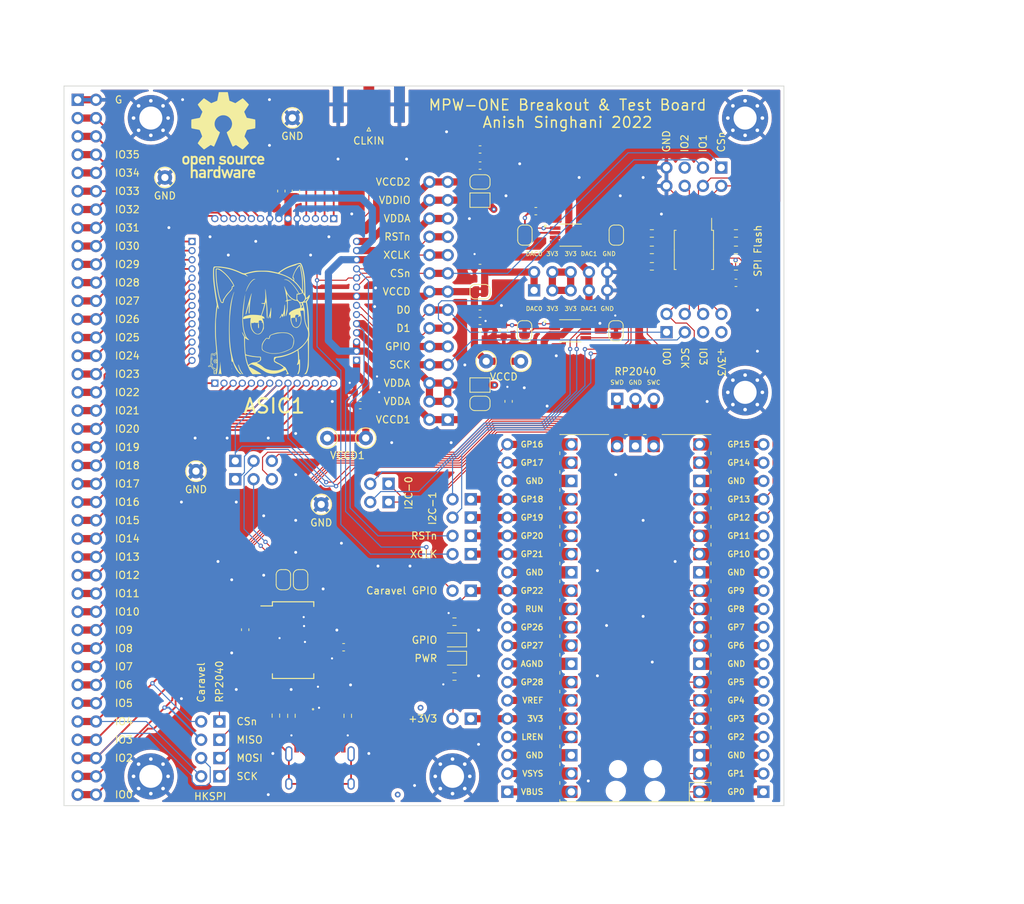
<source format=kicad_pcb>
(kicad_pcb (version 20211014) (generator pcbnew)
  (layers (0 "F.Cu" signal) (1 "In1.Cu" signal) (2 "In2.Cu" signal) (31 "B.Cu" signal) (34 "B.Paste" user) (35 "F.Paste" user) (36 "B.SilkS" user "B.Silkscreen") (37 "F.SilkS" user "F.Silkscreen") (38 "B.Mask" user) (39 "F.Mask" user) (44 "Edge.Cuts" user))
  (net 0 "")
  (net 1 "Net-(J1-Pad20)")
  (net 2 "Net-(J1-Pad19)")
  (net 3 "Net-(J1-Pad18)")
  (net 4 "Net-(J1-Pad13)")
  (net 5 "Net-(J1-Pad10)")
  (net 6 "Net-(J1-Pad9)")
  (net 7 "Net-(J1-Pad8)")
  (net 8 "Net-(J1-Pad3)")
  (net 9 "Net-(J2-Pad3)")
  (net 10 "Net-(J2-Pad2)")
  (net 11 "Net-(J2-Pad1)")
  (net 12 "Net-(J3-Pad18)")
  (net 13 "Net-(J3-Pad13)")
  (net 14 "Net-(J3-Pad11)")
  (net 15 "Net-(J3-Pad10)")
  (net 16 "Net-(J3-Pad9)")
  (net 17 "Net-(J3-Pad8)")
  (net 18 "Net-(J3-Pad7)")
  (net 19 "Net-(J3-Pad6)")
  (net 20 "Net-(J3-Pad4)")
  (net 21 "Net-(J3-Pad3)")
  (net 22 "Net-(J3-Pad2)")
  (net 23 "Net-(J3-Pad1)")
  (net 24 "Net-(C1-Pad1)")
  (net 25 "GND")
  (net 26 "+5V")
  (net 27 "Net-(J4-PadS1)")
  (net 28 "Net-(J4-PadA6)")
  (net 29 "Net-(J4-PadB5)")
  (net 31 "Net-(J4-PadA7)")
  (net 32 "Net-(J4-PadA5)")
  (net 34 "/IO27")
  (net 35 "/IO26")
  (net 36 "/IO25")
  (net 37 "/IO24")
  (net 38 "/IO23")
  (net 39 "/IO22")
  (net 40 "/IO21")
  (net 41 "/IO20")
  (net 42 "/IO19")
  (net 43 "/IO18")
  (net 44 "/IO17")
  (net 45 "/IO16")
  (net 46 "/IO15")
  (net 47 "/IO14")
  (net 48 "/IO13")
  (net 49 "/IO12")
  (net 50 "/IO11")
  (net 51 "/IO10")
  (net 52 "/IO9")
  (net 53 "/IO8")
  (net 54 "/IO7")
  (net 55 "/IO6")
  (net 56 "/IO5")
  (net 57 "/IO4")
  (net 58 "/IO3")
  (net 59 "/IO2")
  (net 60 "/IO1")
  (net 61 "/IO0")
  (net 62 "/IO37")
  (net 63 "/IO36")
  (net 64 "/IO35")
  (net 65 "/IO34")
  (net 66 "/VCCD")
  (net 67 "+3V3")
  (net 68 "/IO33")
  (net 69 "/IO32")
  (net 70 "/IO31")
  (net 71 "/IO30")
  (net 72 "/IO29")
  (net 73 "/IO28")
  (net 74 "/VCCD1")
  (net 75 "/SCK")
  (net 76 "/D1")
  (net 77 "/D0")
  (net 78 "/~CS")
  (net 79 "/XCLK")
  (net 80 "/~RST")
  (net 81 "/VDDIO")
  (net 82 "/VCCD2")
  (net 83 "FTDI_TX")
  (net 84 "Net-(JP1-Pad1)")
  (net 85 "FTDI_RX")
  (net 86 "Net-(JP2-Pad1)")
  (net 96 "USB_UART_P")
  (net 97 "USB_UART_N")
  (net 103 "/RP_S0_SCK")
  (net 104 "/RP_S0_MOSI")
  (net 105 "/RP_S0_MISO")
  (net 106 "/RP_S0_CSn")
  (net 107 "/RP_U1_TX")
  (net 108 "/RP_U1_RX")
  (net 109 "/VDDA")
  (net 110 "Net-(D1-Pad1)")
  (net 111 "Net-(D2-Pad1)")
  (net 112 "/RP_3V3")
  (net 113 "/CARAVEL_GPIO")
  (net 114 "/DAC0_OUT")
  (net 115 "/DAC1_OUT")
  (net 116 "/RP_I0_SDA")
  (net 117 "/RP_I0_SCL")
  (net 118 "/RP_I1_SDA")
  (net 119 "/RP_I1_SCL")
  (net 120 "Net-(JP13-Pad2)")
  (net 121 "Net-(JP14-Pad1)")
  (net 122 "Net-(JP15-Pad2)")
  (net 123 "Net-(JP16-Pad1)")
  (net 124 "/SDA0")
  (net 125 "/SCL0")
  (net 126 "/SDA1")
  (net 127 "/SCL1")
  (net 128 "/QS_CLK")
  (net 129 "/QS_IO0")
  (net 130 "/QS_IO1")
  (net 131 "/QS_CSn")
  (net 132 "/RP_GP22")
  (net 134 "/QS_IO2")
  (net 136 "/QS_IO3")
  (net 138 "/RP_GP20")
  (net 139 "/RP_GP21_CLK")
  (footprint "TestPoint:TestPoint_Keystone_5000-5004_Miniature" (layer "F.Cu") (at 165.6538 79.5324)
    (fp_text reference "TP7" hide)
    (fp_text value "GND")
  )
  (footprint "Jumper:SolderJumper-2_P1.3mm_Bridged_RoundedPad1.0x1.5mm" (layer "F.Cu") (at 180.1826 94.6096 90)
    (fp_text reference "JP1" hide)
    (fp_text value "jmp_tx")
  )
  (footprint "Connector_PinHeader_2.54mm:PinHeader_1x02_P2.54mm_Vertical" (layer "F.Cu") (at 203.83 83.435 -90)
    (fp_text reference "JP23" hide)
    (fp_text value "SDA1")
  )
  (footprint "Jumper:SolderJumper-2_P1.3mm_Bridged_RoundedPad1.0x1.5mm" (layer "F.Cu") (at 211.3438 46.7464 -90)
    (fp_text reference "JP13" hide)
    (fp_text value "VREF")
  )
  (footprint "Connector_PinHeader_2.54mm:PinHeader_1x03_P2.54mm_Vertical" (layer "F.Cu") (at 171.1148 80.65 90)
    (fp_text reference "JP8" hide)
    (fp_text value "RX_Jumper")
  )
  (footprint "DAC8571IDGKR:SOP65P490X110-8N" (layer "F.Cu") (at 217.643 60.0306)
    (fp_text reference "U6" hide)
    (fp_text value "DAC8571IDGKR")
  )
  (footprint "Connector_PinHeader_2.54mm:PinHeader_1x02_P2.54mm_Vertical" (layer "F.Cu") (at 203.83 91.055 -90)
    (fp_text reference "JP28" hide)
    (fp_text value "RP_XCLK")
  )
  (footprint "Capacitor_SMD:C_0603_1608Metric" (layer "F.Cu") (at 208.402 60.0252 -90)
    (fp_text reference "C5" hide)
    (fp_text value "DNF")
  )
  (footprint "Connector_PinHeader_1.27mm:PinHeader_1x14_P1.27mm_Vertical" (layer "F.Cu") (at 184.785 44.45 -90)
    (fp_text reference "J10" hide)
    (fp_text value "Conn_01x14")
  )
  (footprint "Resistor_SMD:R_0603_1608Metric" (layer "F.Cu") (at 201.5598 100.4366 180)
    (fp_text reference "R5" hide)
    (fp_text value "1K")
  )
  (footprint "Connector_PinHeader_2.54mm:PinHeader_1x02_P2.54mm_Vertical" (layer "F.Cu") (at 192.4 83.825 -90)
    (fp_text reference "JP22" hide)
    (fp_text value "SCL0")
  )
  (footprint "Capacitor_SMD:C_0603_1608Metric" (layer "F.Cu") (at 205.1146 37.0829)
    (fp_text reference "C10" hide)
    (fp_text value "DNF")
  )
  (footprint "MountingHole:MountingHole_3.2mm_M3_Pad_Via" (layer "F.Cu") (at 201.29 121.925)
    (fp_text reference "H4" hide)
    (fp_text value "MountingHole_Pad")
  )
  (footprint "Package_SO:SOIC-8_5.23x5.23mm_P1.27mm" (layer "F.Cu") (at 234.818 48.7984 -90)
    (fp_text reference "U4" hide)
    (fp_text value "W25Q128JVS")
  )
  (footprint "Connector_PinHeader_2.54mm:PinHeader_2x05_P2.54mm_Vertical" (layer "F.Cu") (at 212.6188 54.4222 90)
    (fp_text reference "J9" hide)
    (fp_text value "DAC_HEADER")
  )
  (footprint "Resistor_SMD:R_0603_1608Metric" (layer "F.Cu") (at 201.5598 108.0566 180)
    (fp_text reference "R4" hide)
    (fp_text value "1K")
  )
  (footprint "TestPoint:TestPoint_Keystone_5000-5004_Miniature" (layer "F.Cu") (at 183.896 74.93)
    (fp_text reference "TP4" hide)
    (fp_text value "VCCD1")
  )
  (footprint "Jumper:SolderJumper-2_P1.3mm_Bridged_RoundedPad1.0x1.5mm" (layer "F.Cu") (at 211.293 60.0306 -90)
    (fp_text reference "JP15" hide)
    (fp_text value "VREF")
  )
  (footprint "TestPoint:TestPoint_Keystone_5000-5004_Miniature" (layer "F.Cu") (at 189.23 74.93)
    (fp_text reference "TP3" hide)
    (fp_text value "VCCD1")
  )
  (footprint "Connector_PinHeader_2.54mm:PinHeader_1x02_P2.54mm_Vertical" (layer "F.Cu") (at 168.91 114.305 -90)
    (fp_text reference "JP6" hide)
    (fp_text value "HKSPI_CSn")
  )
  (footprint "Capacitor_SMD:C_0603_1608Metric" (layer "F.Cu") (at 209.077 69.8359 90)
    (fp_text reference "C21" hide)
    (fp_text value "100n")
  )
  (footprint "Connector_PinHeader_1.27mm:PinHeader_1x14_P1.27mm_Vertical" (layer "F.Cu") (at 168.275 67.31 90)
    (fp_text reference "J7" hide)
    (fp_text value "Conn_01x14")
  )
  (footprint "Capacitor_SMD:C_0603_1608Metric" (layer "F.Cu") (at 188.468 70.358 180)
    (fp_text reference "C12" hide)
    (fp_text value "DNF")
  )
  (footprint "Connector_PinHeader_2.54mm:PinHeader_1x02_P2.54mm_Vertical" (layer "F.Cu") (at 203.83 113.915 -90)
    (fp_text reference "JP12" hide)
    (fp_text value "RP_3V3")
  )
  (footprint "Connector_PinHeader_2.54mm:PinHeader_1x20_P2.54mm_Vertical" (layer "F.Cu") (at 244.47 124.075 180)
    (fp_text reference "J1" hide)
    (fp_text value "rp_left_breakout")
  )
  (footprint "Capacitor_SMD:C_0603_1608Metric" (layer "F.Cu") (at 186.164 103.9926)
    (fp_text reference "C2" hide)
    (fp_text value "1u")
  )
  (footprint "TestPoint:TestPoint_Keystone_5000-5004_Miniature" (layer "F.Cu") (at 210.7896 64.267)
    (fp_text reference "TP2" hide)
    (fp_text value "VCCD")
  )
  (footprint "LED_SMD:LED_0805_2012Metric" (layer "F.Cu") (at 201.5598 102.9766 180)
    (fp_text reference "D2" hide)
    (fp_text value "GPIOLED")
  )
  (footprint "Capacitor_SMD:C_0603_1608Metric" (layer "F.Cu") (at 205.105 51.308 180)
    (fp_text reference "C20" hide)
    (fp_text value "100n")
  )
  (footprint "MountingHole:MountingHole_3.2mm_M3_Pad_Via" (layer "F.Cu") (at 159.38 121.925)
    (fp_text reference "H2" hide)
    (fp_text value "MountingHole_Pad")
  )
  (footprint "Jumper:SolderJumper-2_P1.3mm_Bridged2Bar_Pad1.0x1.5mm" (layer "F.Cu") (at 205.105 67.569)
    (fp_text reference "JP10" hide)
    (fp_text value "VDDA")
  )
  (footprint "Capacitor_SMD:C_0603_1608Metric" (layer "F.Cu") (at 205.1146 34.8477)
    (fp_text reference "C13" hide)
    (fp_text value "DNF")
  )
  (footprint "MountingHole:MountingHole_3.2mm_M3_Pad_Via" (layer "F.Cu") (at 241.93 68.585)
    (fp_text reference "H5" hide)
    (fp_text value "MountingHole_Pad")
  )
  (footprint "Jumper:SolderJumper-2_P1.3mm_Bridged_RoundedPad1.0x1.5mm" (layer "F.Cu") (at 223.993 60.0306 90)
    (fp_text reference "JP16" hide)
    (fp_text value "ADDR")
  )
  (footprint "Jumper:SolderJumper-2_P1.3mm_Bridged2Bar_Pad1.0x1.5mm" (layer "F.Cu") (at 205.105 41.8846)
    (fp_text reference "JP3" hide)
    (fp_text value "VDDIO")
  )
  (footprint "Capacitor_SMD:C_0603_1608Metric" (layer "F.Cu") (at 188.468 68.58 180)
    (fp_text reference "C9" hide)
    (fp_text value "DNF")
  )
  (footprint "MountingHole:MountingHole_3.2mm_M3_Pad_Via" (layer "F.Cu") (at 159.38 30.485)
    (fp_text reference "H1" hide)
    (fp_text value "MountingHole_Pad")
  )
  (footprint "Connector_Coaxial:SMA_Amphenol_132289_EdgeMount" (layer "F.Cu") (at 189.665 28.58 90)
    (fp_text reference "J8" hide)
    (fp_text value "CLKIN")
  )
  (footprint "TestPoint:TestPoint_Keystone_5000-5004_Miniature" (layer "F.Cu") (at 161.3358 38.74 90)
    (fp_text reference "TP5" hide)
    (fp_text value "GND")
  )
  (footprint "TestPoint:TestPoint_Keystone_5000-5004_Miniature" (layer "F.Cu") (at 179.0396 30.4596 90)
    (fp_text reference "TP6" hide)
    (fp_text value "GND")
  )
  (footprint "Connector_PinHeader_2.54mm:PinHeader_1x02_P2.54mm_Vertical" (layer "F.Cu") (at 168.91 119.385 -90)
    (fp_text reference "JP5" hide)
    (fp_text value "HKSPI_SDI")
  )
  (footprint "Jumper:SolderJumper-2_P1.3mm_Bridged2Bar_RoundedPad1.0x1.5mm" (layer "F.Cu") (at 205.105 39.355 180)
    (fp_text reference "JP17" hide)
    (fp_text value "VCCD2")
  )
  (footprint "Resistor_SMD:R_0603_1608Metric" (layer "F.Cu") (at 228.976 46.5124 180)
    (fp_text reference "R10" hide)
    (fp_text value "10k")
  )
  (footprint "Capacitor_SMD:C_0603_1608Metric" (layer "F.Cu") (at 205.105 57.658)
    (fp_text reference "C8" hide)
    (fp_text value "DNF")
  )
  (footprint "Resistor_SMD:R_0603_1608Metric" (layer "F.Cu") (at 228.976 51.0844)
    (fp_text reference "R9" hide)
    (fp_text value "10k")
  )
  (footprint "Capacitor_SMD:C_0603_1608Metric" (layer "F.Cu") (at 205.105 59.69)
    (fp_text reference "C11" hide)
    (fp_text value "DNF")
  )
  (footprint "Connector_PinHeader_2.54mm:PinHeader_1x02_P2.54mm_Vertical" (layer "F.Cu") (at 203.83 88.515 -90)
    (fp_text reference "JP29" hide)
    (fp_text value "RP_RSTn")
  )
  (footprint "Connector_PinHeader_2.54mm:PinHeader_2x39_P2.54mm_Vertical" (layer "F.Cu") (at 149.22 27.945)
    (fp_text reference "J5" hide)
    (fp_text value "Conn_02x39_Odd_Even")
  )
  (footprint "Jumper:SolderJumper-2_P1.3mm_Bridged2Bar_RoundedPad1.0x1.5mm" (layer "F.Cu") (at 205.105 54.595 180)
    (fp_text reference "JP11" hide)
    (fp_text value "VCCD")
  )
  (footprint "Capacitor_SMD:C_0603_1608Metric" (layer "F.Cu") (at 177.511 40.625 90)
    (fp_text reference "C7" hide)
    (fp_text value "DNF")
  )
  (footprint "experimental:nya_a_smaller" (layer "F.Cu") (at 174.59 58.405)
    (fp_text reference "G***" hide)
    (fp_text value "LOGO" hide)
  )
  (footprint "Connector_PinHeader_2.54mm:PinHeader_1x03_P2.54mm_Vertical" (layer "F.Cu") (at 224.165 69.4994 90)
    (fp_text reference "J2" hide)
    (fp_text value "RP2040_SWD")
  )
  (footprint "Symbol:OSHW-Logo_11.4x12mm_SilkScreen" (layer "F.Cu") (at 169.4384 32.8472)
    (fp_text reference "REF**" hide)
    (fp_text value "OSHW-Logo_11.4x12mm_SilkScreen" hide)
  )
  (footprint "TestPoint:TestPoint_Keystone_5000-5004_Miniature" (layer "F.Cu") (at 205.9636 64.267)
    (fp_text reference "TP1" hide)
    (fp_text value "VCCD")
  )
  (footprint "Jumper:SolderJumper-2_P1.3mm_Bridged_RoundedPad1.0x1.5mm" (layer "F.Cu") (at 177.795 94.6096 90)
    (fp_text reference "JP2" hide)
    (fp_text value "jmp_rx")
  )
  (footprint "Resistor_SMD:R_0603_1608Metric" (layer "F.Cu") (at 240.66 46.5124 180)
    (fp_text reference "R7" hide)
    (fp_text value "10k")
  )
  (footprint "Package_TO_SOT_SMD:SOT-23-6" (layer "F.Cu") (at 182.875 112.3746 90)
    (fp_text reference "U3" hide)
    (fp_text value "USBLC6-2SC6")
  )
  (footprint "Capacitor_SMD:C_0603_1608Metric" (layer "F.Cu") (at 179.543 40.625 90)
    (fp_text reference "C6" hide)
    (fp_text value "DNF")
  )
  (footprint "Resistor_SMD:R_0603_1608Metric" (layer "F.Cu") (at 240.66 51.0844)
    (fp_text reference "R8" hide)
    (fp_text value "10k")
  )
  (footprint "Connector_PinHeader_2.54mm:PinHeader_1x03_P2.54mm_Vertical" (layer "F.Cu") (at 171.1148 78.11 90)
    (fp_text reference "JP9" hide)
    (fp_text value "TX_Jumper")
  )
  (footprint "Connector_PinHeader_2.54mm:PinHeader_1x02_P2.54mm_Vertical" (layer "F.Cu") (at 203.83 96.135 -90)
    (fp_text reference "JP27" hide)
    (fp_text value "CGPIO")
  )
  (footprint "Jumper:SolderJumper-2_P1.3mm_Bridged_RoundedPad1.0x1.5mm" (layer "F.Cu") (at 224.0438 46.7464 90)
    (fp_text reference "JP14" hide)
    (fp_text value "ADDR")
  )
  (footprint "Connector_PinHeader_2.54mm:PinHeader_1x20_P2.54mm_Vertical" (layer "F.Cu") (at 208.91 124.075 180)
    (fp_text reference "J3" hide)
    (fp_text value "rp_right_breakout")
  )
  (footprint "Connector_USB:USB_C_Receptacle_HRO_TYPE-C-31-M-12" (layer "F.Cu") (at 182.875 121.925)
    (fp_text reference "J4" hide)
    (fp_text value "USB_UART")
  )
  (footprint "Connector_PinHeader_1.27mm:PinHeader_1x14_P1.27mm_Vertical" (layer "F.Cu") (at 187.96 64.13 180)
    (fp_text reference "J11" hide)
    (fp_text value "Conn_01x14")
  )
  (footprint "TestPoint:TestPoint_Keystone_5000-5004_Miniature" (layer "F.Cu") (at 183.0528 84.1552)
    (fp_text reference "TP8" hide)
    (fp_text value "GND")
  )
  (footprint "Connector_PinHeader_2.54mm:PinHeader_2x14_P2.54mm_Vertical" (layer "F.Cu") (at 200.625 72.375 180)
    (fp_text reference "J12" hide)
    (fp_text value "Conn_02x14_Odd_Even")
  )
  (footprint "Connector_PinHeader_2.54mm:PinHeader_2x04_P2.54mm_Vertical" (layer "F.Cu") (at 231.018 60.2334 90)
    (fp_text reference "J14" hide)
    (fp_text value "QSPI_RIGHT")
  )
  (footprint "Resistor_SMD:R_0603_1608Metric" (layer "F.Cu") (at 186.7358 113.5176 90)
    (fp_text reference "R3" hide)
    (fp_text value "5K1")
  )
  (footprint "Connector_PinHeader_2.54mm:PinHeader_1x02_P2.54mm_Vertical" (layer "F.Cu") (at 168.91 121.925 -90)
    (fp_text reference "JP7" hide)
    (fp_text value "HKSPI_SCK")
  )
  (footprint "Connector_PinHeader_1.27mm:PinHeader_1x14_P1.27mm_Vertical" (layer "F.Cu") (at 165.1 47.63)
    (fp_text reference "J6" hide)
    (fp_text value "Conn_01x14")
  )
  (footprint "Connector_PinHeader_2.54mm:PinHeader_1x02_P2.54mm_Vertical" (layer "F.Cu") (at 192.405 81.285 -90)
    (fp_text reference "JP21" hide)
    (fp_text value "SDA0")
  )
  (footprint "Connector_PinHeader_2.54mm:PinHeader_2x04_P2.54mm_Vertical" (layer "F.Cu") (at 238.618 37.3634 -90)
    (fp_text reference "J13" hide)
    (fp_text value "QSPI_LEFT")
  )
  (footprint "Resistor_SMD:R_0603_1608Metric" (layer "F.Cu") (at 228.976 48.7984)
    (fp_text reference "R6" hide)
    (fp_text value "10k")
  )
  (footprint "Connector_PinHeader_2.54mm:PinHeader_1x02_P2.54mm_Vertical" (layer "F.Cu") (at 168.91 116.845 -90)
    (fp_text reference "JP4" hide)
    (fp_text value "HKSPI_SDO")
  )
  (footprint "Connector_PinHeader_2.54mm:PinHeader_1x02_P2.54mm_Vertical" (layer "F.Cu") (at 203.83 85.975 -90)
    (fp_text reference "JP24" hide)
    (fp_text value "SCL1")
  )
  (footprint "Capacitor_SMD:C_0603_1608Metric" (layer "F.Cu") (at 172.4864 101.5542 -90)
    (fp_text reference "C1" hide)
    (fp_text value "0.1u")
  )
  (footprint "Capacitor_SMD:C_0603_1608Metric" (layer "F.Cu") (at 212.86 43.4136)
    (fp_text reference "C4" hide)
    (fp_text value "DNF")
  )
  (footprint "Jumper:SolderJumper-2_P1.3mm_Bridged2Bar_RoundedPad1.0x1.5mm" (layer "F.Cu") (at 205.105 70.1194 180)
    (fp_text reference "JP25" hide)
    (fp_text value "VCCD1")
  )
  (footprint "Capacitor_SMD:C_0603_1608Metric" (layer "F.Cu") (at 240.66 53.3704)
    (fp_text reference "C3" hide)
    (fp_text value "100n")
  )
  (footprint "Resistor_SMD:R_0603_1608Metric" (layer "F.Cu") (at 176.7536 113.4922 90)
    (fp_text reference "R1" hide)
    (fp_text value "1M")
  )
  (footprint "Package_SO:SSOP-28_5.3x10.2mm_P0.65mm" (layer "F.Cu") (at 179.1412 103.002)
    (fp_text reference "U2" hide)
    (fp_text value "FT232RL")
  )
  (footprint "MountingHole:MountingHole_3.2mm_M3_Pad_Via" (layer "F.Cu") (at 241.93 30.485)
    (fp_text reference "H3" hide)
    (fp_text value "MountingHole_Pad")
  )
  (footprint "RP2040:RPi_Pico_SMD_TH" (layer "F.Cu") (at 217.8 124.075 180)
    (fp_text reference "U1" hide)
    (fp_text value "Pico")
  )
  (footprint "LED_SMD:LED_0805_2012Metric" (layer "F.Cu") (at 201.5598 105.5166 180)
    (fp_text reference "D1" hide)
    (fp_text value "PWRLED")
  )
  (footprint "Resistor_SMD:R_0603_1608Metric" (layer "F.Cu") (at 240.66 48.7984 180)
    (fp_text reference "R11" hide)
    (fp_text value "10k")
  )
  (footprint "Resistor_SMD:R_0603_1608Metric" (layer "F.Cu") (at 178.9126 113.5176 90)
    (fp_text reference "R2" hide)
    (fp_text value "5K1")
  )
  (footprint "DAC8571IDGKR:SOP65P490X110-8N" (layer "F.Cu") (at 217.6938 46.7464)
    (fp_text reference "U5" hide)
    (fp_text value "DAC8571IDGKR")
  )
  (gr_line (start 147.32 126) (end 247.32 126) (layer "Edge.Cuts") (width 0.1))
  (gr_line (start 247.32 126) (end 247.32 26.035) (layer "Edge.Cuts") (width 0.1))
  (gr_line (start 247.32 26.035) (end 147.32 26.035) (layer "Edge.Cuts") (width 0.1))
  (gr_line (start 147.32 26.035) (end 147.32 126) (layer "Edge.Cuts") (width 0.1))
  (gr_text "RSTn" (at 199.258 88.515) (layer "F.SilkS") (effects (font (size 1 1)) (justify right)))
  (gr_text "XCLK" (at 195.545 49.515) (layer "F.SilkS") (effects (font (size 1 1)) (justify right)))
  (gr_text "GND" (at 165.6538 82.0724) (layer "F.SilkS") (effects (font (size 1 1))))
  (gr_text "IO3" (at 236.098 62.2654 270) (layer "F.SilkS") (effects (font (size 1 1)) (justify left)))
  (gr_text "Caravel" (at 166.37 111.765 90) (layer "F.SilkS") (effects (font (size 1 1)) (justify left)))
  (gr_text "IO2" (at 154.3 119.385) (layer "F.SilkS") (effects (font (size 1 1)) (justify left)))
  (gr_text "MOSI" (at 171.196 119.385) (layer "F.SilkS") (effects (font (size 1 1)) (justify left)))
  (gr_text "+3V3" (at 238.638 62.2654 270) (layer "F.SilkS") (effects (font (size 1 1)) (justify left)))
  (gr_text "IO14" (at 154.3 88.905) (layer "F.SilkS") (effects (font (size 1 1)) (justify left)))
  (gr_text "DAC1" (at 220.2388 49.3422) (layer "F.SilkS") (effects (font (size 0.6 0.6) (thickness 0.1))))
  (gr_text "+3V3" (at 199.258 113.915) (layer "F.SilkS") (effects (font (size 1 1)) (justify right)))
  (gr_text "G" (at 154.3 27.945) (layer "F.SilkS") (effects (font (size 1 1)) (justify left)))
  (gr_text "GND" (at 183.0528 86.6952) (layer "F.SilkS") (effects (font (size 1 1))))
  (gr_text "GND" (at 230.998 35.3314 90) (layer "F.SilkS") (effects (font (size 1 1)) (justify left)))
  (gr_text "VDDA" (at 195.545 44.435) (layer "F.SilkS") (effects (font (size 1 1)) (justify right)))
  (gr_text "D0" (at 195.545 57.135) (layer "F.SilkS") (effects (font (size 1 1)) (justify right)))
  (gr_text "IO13" (at 154.3 91.445) (layer "F.SilkS") (effects (font (size 1 1)) (justify left)))
  (gr_text "SWD" (at 224.15 67.2134) (layer "F.SilkS") (effects (font (size 0.6 0.6) (thickness 0.1))))
  (gr_text "IO6" (at 154.3 109.225) (layer "F.SilkS") (effects (font (size 1 1)) (justify left)))
  (gr_text "GPIO" (at 199.258 102.993) (layer "F.SilkS") (effects (font (size 1 1)) (justify right)))
  (gr_text "3V3" (at 215.1588 56.9622) (layer "F.SilkS") (effects (font (size 0.6 0.6) (thickness 0.1))))
  (gr_text "VCCD1" (at 186.69 77.343) (layer "F.SilkS") (effects (font (size 1 1))))
  (gr_text "IO29" (at 154.3 50.805) (layer "F.SilkS") (effects (font (size 1 1)) (justify left)))
  (gr_text "IO30" (at 154.3 48.265) (layer "F.SilkS") (effects (font (size 1 1)) (justify left)))
  (gr_text "VDDA" (at 195.545 69.835) (layer "F.SilkS") (effects (font (size 1 1)) (justify right)))
  (gr_text "SCK" (at 233.558 62.2654 270) (layer "F.SilkS") (effects (font (size 1 1)) (justify left)))
  (gr_text "IO3" (at 154.3 116.845) (layer "F.SilkS") (effects (font (size 1 1)) (justify left)))
  (gr_text "GND" (at 223.0328 49.3422) (layer "F.SilkS") (effects (font (size 0.6 0.6) (thickness 0.1))))
  (gr_text "RP2040" (at 226.69 65.6894) (layer "F.SilkS") (effects (font (size 1 1))))
  (gr_text "IO12" (at 154.3 93.985) (layer "F.SilkS") (effects (font (size 1 1)) (justify left)))
  (gr_text "IO5" (at 154.3 111.765) (layer "F.SilkS") (effects (font (size 1 1)) (justify left)))
  (gr_text "IO0" (at 154.3 124.465) (layer "F.SilkS") (effects (font (size 1 1)) (justify left)))
  (gr_text "SWC" (at 229.23 67.2134) (layer "F.SilkS") (effects (font (size 0.6 0.6) (thickness 0.1))))
  (gr_text "VDDIO" (at 195.545 41.895) (layer "F.SilkS") (effects (font (size 1 1)) (justify right)))
  (gr_text "ASIC1" (at 176.53 70.485) (layer "F.SilkS") (effects (font (size 2 2) (thickness 0.3))))
  (gr_text "GND" (at 222.7788 56.9622) (layer "F.SilkS") (effects (font (size 0.6 0.6) (thickness 0.1))))
  (gr_text "VDDA" (at 195.545 67.295) (layer "F.SilkS") (effects (font (size 1 1)) (justify right)))
  (gr_text "VCCD1" (at 195.545 72.375) (layer "F.SilkS") (effects (font (size 1 1)) (justify right)))
  (gr_text "IO18" (at 154.3 78.745) (layer "F.SilkS") (effects (font (size 1 1)) (justify left)))
  (gr_text "IO24" (at 154.3 63.505) (layer "F.SilkS") (effects (font (size 1 1)) (justify left)))
  (gr_text "IO8" (at 154.3 104.145) (layer "F.SilkS") (effects (font (size 1 1)) (justify left)))
  (gr_text "IO7" (at 154.3 106.685) (layer "F.SilkS") (effects (font (size 1 1)) (justify left)))
  (gr_text "IO15" (at 154.3 86.365) (layer "F.SilkS") (effects (font (size 1 1)) (justify left)))
  (gr_text "DAC1" (at 220.2388 56.9622) (layer "F.SilkS") (effects (font (size 0.6 0.6) (thickness 0.1))))
  (gr_text "3V3" (at 217.6988 56.9622) (layer "F.SilkS") (effects (font (size 0.6 0.6) (thickness 0.1))))
  (gr_text "XCLK" (at 199.258 91.055) (layer "F.SilkS") (effects (font (size 1 1)) (justify right)))
  (gr_text "IO26" (at 154.3 58.425) (layer "F.SilkS") (effects (font (size 1 1)) (justify left)))
  (gr_text "I2C-0" (at 195.199 82.555 90) (layer "F.SilkS") (effects (font (size 1 1))))
  (gr_text "GND" (at 179.0396 32.9996) (layer "F.SilkS") (effects (font (size 1 1))))
  (gr_text "IO35" (at 154.3 35.565) (layer "F.SilkS") (effects (font (size 1 1)) (justify left)))
  (gr_text "HKSPI" (at 167.64 124.719) (layer "F.SilkS") (effects (font (size 1 1))))
  (gr_text "MPW-ONE Breakout & Test Board\nAnish Singhani 2022" (at 217.2666 29.8754) (layer "F.SilkS") (effects (font (size 1.5 1.5) (thickness 0.2))))
  (gr_text "GND" (at 226.69 67.2134) (layer "F.SilkS") (effects (font (size 0.6 0.6) (thickness 0.1))))
  (gr_text "IO25" (at 154.3 60.965) (layer "F.SilkS") (effects (font (size 1 1)) (justify left)))
  (gr_text "IO32" (at 154.3 43.185) (layer "F.SilkS") (effects (font (size 1 1)) (justify left)))
  (gr_text "CSn" (at 238.618 35.3314 90) (layer "F.SilkS") (effects (font (size 1 1)) (justify left)))
  (gr_text "IO4" (at 154.3 114.305) (layer "F.SilkS") (effects (font (size 1 1)) (justify left)))
  (gr_text "IO11" (at 154.3 96.525) (layer "F.SilkS") (effects (font (size 1 1)) (justify left)))
  (gr_text "RSTn" (at 195.545 46.975) (layer "F.SilkS") (effects (font (size 1 1)) (justify right)))
  (gr_text "RP2040" (at 168.91 111.765 90) (layer "F.SilkS") (effects (font (size 1 1)) (justify left)))
  (gr_text "SCK" (at 195.545 64.755) (layer "F.SilkS") (effects (font (size 1 1)) (justify right)))
  (gr_text "IO27" (at 154.3 55.885) (layer "F.SilkS") (effects (font (size 1 1)) (justify left)))
  (gr_text "Caravel GPIO" (at 199.258 96.135) (layer "F.SilkS") (effects (font (size 1 1)) (justify right)))
  (gr_text "IO19" (at 154.3 76.205) (layer "F.SilkS") (effects (font (size 1 1)) (justify left)))
  (gr_text "D1" (at 195.545 59.675) (layer "F.SilkS") (effects (font (size 1 1)) (justify right)))
  (gr_text "IO21" (at 154.3 71.125) (layer "F.SilkS") (effects (font (size 1 1)) (justify left)))
  (gr_text "IO28" (at 154.3 53.345) (layer "F.SilkS") (effects (font (size 1 1)) (justify left)))
  (gr_text "SPI Flash" (at 243.708 48.9254 90) (layer "F.SilkS") (effects (font (size 1 1))))
  (gr_text "PWR" (at 199.258 105.533) (layer "F.SilkS") (effects (font (size 1 1)) (justify right)))
  (gr_text "GPIO" (at 195.545 62.215) (layer "F.SilkS") (effects (font (size 1 1)) (justify right)))
  (gr_text "CSn" (at 171.196 114.305) (layer "F.SilkS") (effects (font (size 1 1)) (justify left)))
  (gr_text "CLKIN" (at 189.665 33.64) (layer "F.SilkS") (effects (font (size 1 1))))
  (gr_text "IO9" (at 154.3 101.605) (layer "F.SilkS") (effects (font (size 1 1)) (justify left)))
  (gr_text "GND" (at 161.3358 41.28) (layer "F.SilkS") (effects (font (size 1 1))))
  (gr_text "IO2" (at 233.538 35.3314 90) (layer "F.SilkS") (effects (font (size 1 1)) (justify left)))
  (gr_text "VCCD" (at 195.545 54.595) (layer "F.SilkS") (effects (font (size 1 1)) (justify right)))
  (gr_text "IO16" (at 154.3 83.825) (layer "F.SilkS") (effects (font (size 1 1)) (justify left)))
  (gr_text "IO17" (at 154.3 81.285) (layer "F.SilkS") (effects (font (size 1 1)) (justify left)))
  (gr_text "IO1" (at 236.078 35.3314 90) (layer "F.SilkS") (effects (font (size 1 1)) (justify left)))
  (gr_text "DAC0" (at 212.6188 56.9622) (layer "F.SilkS") (effects (font (size 0.6 0.6) (thickness 0.1))))
  (gr_text "3V3" (at 215.1588 49.3422) (layer "F.SilkS") (effects (font (size 0.6 0.6) (thickness 0.1))))
  (gr_text "IO22" (at 154.3 68.585) (layer "F.SilkS") (effects (font (size 1 1)) (justify left)))
  (gr_text "MISO" (at 171.196 116.845) (layer "F.SilkS") (effects (font (size 1 1)) (justify left)))
  (gr_text "IO34" (at 154.3 38.105) (layer "F.SilkS") (effects (font (size 1 1)) (justify left)))
  (gr_text "VCCD" (at 208.407 66.421) (layer "F.SilkS") (effects (font (size 1 1))))
  (gr_text "IO10" (at 154.3 99.065) (layer "F.SilkS") (effects (font (size 1 1)) (justify left)))
  (gr_text "IO0" (at 231.018 62.2654 270) (layer "F.SilkS") (effects (font (size 1 1)) (justify left)))
  (gr_text "IO31" (at 154.3 45.725) (layer "F.SilkS") (effects (font (size 1 1)) (justify left)))
  (gr_text "IO20" (at 154.3 73.665) (layer "F.SilkS") (effects (font (size 1 1)) (justify left)))
  (gr_text "DAC0" (at 212.6188 49.3422) (layer "F.SilkS") (effects (font (size 0.6 0.6) (thickness 0.1))))
  (gr_text "SCK" (at 171.196 121.925) (layer "F.SilkS") (effects (font (size 1 1)) (justify left)))
  (gr_text "I2C-1" (at 198.496 84.705 90) (layer "F.SilkS") (effects (font (size 1 1))))
  (gr_text "IO33" (at 154.3 40.645) (layer "F.SilkS") (effects (font (size 1 1)) (justify left)))
  (gr_text "3V3" (at 217.6988 49.3422) (layer "F.SilkS") (effects (font (size 0.6 0.6) (thickness 0.1))))
  (gr_text "CSn" (at 195.545 52.055) (layer "F.SilkS") (effects (font (size 1 1)) (justify right)))
  (gr_text "VCCD2" (at 195.545 39.355) (layer "F.SilkS") (effects (font (size 1 1)) (justify right)))
  (gr_text "IO23" (at 154.3 66.045) (layer "F.SilkS") (effects (font (size 1 1)) (justify left)))
  (segment (start 244.47 75.815) (end 235.58 75.815) (width 1) (layer "F.Cu") (net 1))
  (segment (start 235.58 78.355) (end 244.47 78.355) (width 1) (layer "F.Cu") (net 2))
  (segment (start 244.47 80.895) (end 235.58 80.895) (width 1) (layer "F.Cu") (net 3))
  (segment (start 235.58 93.595) (end 244.47 93.595) (width 1) (layer "F.Cu") (net 4))
  (segment (start 244.47 101.215) (end 235.58 101.215) (width 1) (layer "F.Cu") (net 5))
  (segment (start 235.58 103.755) (end 244.47 103.755) (width 1) (layer "F.Cu") (net 6))
  (segment (start 244.47 106.295) (end 235.58 106.295) (width 1) (layer "F.Cu") (net 7))
  (segment (start 235.58 118.995) (end 244.47 118.995) (width 1) (layer "F.Cu") (net 8))
  (segment (start 229.245 69.4994) (end 229.245 76.03) (width 1) (layer "F.Cu") (net 9))
  (segment (start 229.245 76.03) (end 229.23 76.045) (width 1) (layer "F.Cu") (net 9))
  (segment (start 226.69 76.045) (end 226.69 69.5144) (width 1) (layer "F.Cu") (net 10))
  (segment (start 224.165 69.4994) (end 224.165 76.03) (width 1) (layer "F.Cu") (net 11))
  (segment (start 224.165 76.03) (end 224.15 76.045) (width 1) (layer "F.Cu") (net 11))
  (segment (start 217.8 80.895) (end 208.91 80.895) (width 1) (layer "F.Cu") (net 12))
  (segment (start 208.91 93.595) (end 217.8 93.595) (width 1) (layer "F.Cu") (net 13))
  (segment (start 208.91 98.675) (end 217.8 98.675) (width 1) (layer "F.Cu") (net 14))
  (segment (start 208.91 101.215) (end 217.8 101.215) (width 1) (layer "F.Cu") (net 15))
  (segment (start 217.8 103.755) (end 208.91 103.755) (width 1) (layer "F.Cu") (net 16))
  (segment (start 208.91 106.295) (end 217.8 106.295) (width 1) (layer "F.Cu") (net 17))
  (segment (start 217.8 108.835) (end 208.91 108.835) (width 1) (layer "F.Cu") (net 18))
  (segment (start 208.91 111.375) (end 217.8 111.375) (width 1) (layer "F.Cu") (net 19))
  (segment (start 208.91 116.455) (end 217.8 116.455) (width 1) (layer "F.Cu") (net 20))
  (segment (start 217.8 118.995) (end 208.91 118.995) (width 1) (layer "F.Cu") (net 21))
  (segment (start 208.91 121.535) (end 217.8 121.535) (width 1) (layer "F.Cu") (net 22))
  (segment (start 217.8 124.075) (end 208.91 124.075) (width 1) (layer "F.Cu") (net 23))
  (segment (start 172.5386 100.727) (end 175.5412 100.727) (width 0.25) (layer "F.Cu") (net 24))
  (segment (start 172.4864 100.7792) (end 172.5386 100.727) (width 0.25) (layer "F.Cu") (net 24))
  (segment (start 175.5412 100.727) (end 176.6662 100.727) (width 0.25) (layer "F.Cu") (net 24))
  (segment (start 176.6662 100.727) (end 181.8662 105.927) (width 0.25) (layer "F.Cu") (net 24))
  (segment (start 181.8662 105.927) (end 182.7412 105.927) (width 0.25) (layer "F.Cu") (net 24))
  (segment (start 180.8632 103.327) (end 180.7922 103.256) (width 0.25) (layer "F.Cu") (net 25))
  (segment (start 209.077 67.99) (end 208.91 67.823) (width 1) (layer "F.Cu") (net 25))
  (segment (start 187.693 68.58) (end 187.693 67.942) (width 0.15) (layer "F.Cu") (net 25))
  (segment (start 205.88 57.658) (end 205.88 58.6695) (width 1) (layer "F.Cu") (net 25))
  (segment (start 182.7412 103.327) (end 180.8632 103.327) (width 0.25) (layer "F.Cu") (net 25))
  (segment (start 180.8898 100.077) (end 180.6144 99.8016) (width 0.25) (layer "F.Cu") (net 25))
  (segment (start 223.896 59.2836) (end 223.896 57.917) (width 0.15) (layer "F.Cu") (net 25))
  (segment (start 187.693 67.942) (end 187.0152 67.2642) (width 0.15) (layer "F.Cu") (net 25))
  (segment (start 222.1492 59.3806) (end 221.7628 58.9942) (width 0.25) (layer "F.Cu") (net 25))
  (segment (start 204.33 49.3991) (end 204.3526 49.3765) (width 1) (layer "F.Cu") (net 25))
  (segment (start 173.7694 102.3292) (end 174.1172 102.677) (width 0.25) (layer "F.Cu") (net 25))
  (segment (start 200.7348 108.4244) (end 200.0104 109.1488) (width 0.15) (layer "F.Cu") (net 25))
  (segment (start 232.913 45.1984) (end 232.913 41.8184) (width 0.15) (layer "F.Cu") (net 25))
  (segment (start 175.5412 102.677) (end 177.216 102.677) (width 0.25) (layer "F.Cu") (net 25))
  (segment (start 186.7358 117.2692) (end 186.7358 116.2354) (width 0.25) (layer "F.Cu") (net 25))
  (segment (start 221.7014 59.0556) (end 221.7628 58.9942) (width 0.25) (layer "F.Cu") (net 25))
  (segment (start 149.22 27.945) (end 151.76 27.945) (width 1) (layer "F.Cu") (net 25))
  (segment (start 177.216 102.677) (end 177.2616 102.7226) (width 0.25) (layer "F.Cu") (net 25))
  (segment (start 181.781206 105.277) (end 180.7922 104.287994) (width 0.25) (layer "F.Cu") (net 25))
  (segment (start 182.7412 100.727) (end 180.9844 100.727) (width 0.25) (layer "F.Cu") (net 25))
  (segment (start 172.4864 102.3292) (end 173.7694 102.3292) (width 0.25) (layer "F.Cu") (net 25))
  (segment (start 200.7348 100.4366) (end 200.7348 99.255) (width 0.15) (layer "F.Cu") (net 25))
  (segment (start 219.793 59.0556) (end 221.7014 59.0556) (width 0.25) (layer "F.Cu") (net 25))
  (segment (start 184.2864 105.277) (end 184.5514 105.542) (width 0.25) (layer "F.Cu") (net 25))
  (segment (start 180.9844 100.727) (end 180.6652 101.0462) (width 0.25) (layer "F.Cu") (net 25))
  (segment (start 182.875 113.5121) (end 182.875 112.526666) (width 0.25) (layer "F.Cu") (net 25))
  (segment (start 179.625 117.88) (end 178.9126 117.1676) (width 0.25) (layer "F.Cu") (net 25))
  (segment (start 178.9126 117.1676) (end 178.9126 116.2354) (width 0.25) (layer "F.Cu") (net 25))
  (segment (start 182.7412 100.077) (end 182.7412 100.727) (width 0.25) (layer "F.Cu") (net 25))
  (segment (start 186.125 117.88) (end 186.7358 117.2692) (width 0.25) (layer "F.Cu") (net 25))
  (segment (start 209.077 69.0609) (end 209.077 67.99) (width 1) (layer "F.Cu") (net 25))
  (segment (start 182.7412 105.277) (end 181.781206 105.277) (width 0.25) (layer "F.Cu") (net 25))
  (segment (start 223.993 59.3806) (end 222.1492 59.3806) (width 0.25) (layer "F.Cu") (net 25))
  (segment (start 200.7348 99.255) (end 200.747 99.2428) (width 0.15) (layer "F.Cu") (net 25))
  (segment (start 182.875 112.526666) (end 182.748117 112.399783) (width 0.25) (layer "F.Cu") (net 25))
  (segment (start 182.7412 105.277) (end 184.2864 105.277) (width 0.25) (layer "F.Cu") (net 25))
  (segment (start 204.33 51.308) (end 204.33 49.3991) (width 1) (layer "F.Cu") (net 25))
  (segment (start 200.7348 108.0566) (end 200.7348 108.4244) (width 0.15) (layer "F.Cu") (net 25))
  (segment (start 232.913 41.8184) (end 230.998 39.9034) (width 0.15) (layer "F.Cu") (net 25))
  (segment (start 174.1172 102.677) (end 175.5412 102.677) (width 0.25) (layer "F.Cu") (net 25))
  (segment (start 180.7922 104.287994) (end 180.7922 103.256) (width 0.25) (layer "F.Cu") (net 25))
  (segment (start 223.993 59.3806) (end 223.896 59.2836) (width 0.15) (layer "F.Cu") (net 25))
  (segment (start 182.7412 100.077) (end 180.8898 100.077) (width 0.25) (layer "F.Cu") (net 25))
  (segment (start 205.88 59.69) (end 205.88 58.6695) (width 1) (layer "F.Cu") (net 25))
  (via (at 185.855 89.54) (size 0.8) (drill 0.4) (layers "F.Cu" "B.Cu") (net 25))
  (via (at 176.33 118.75) (size 0.8) (drill 0.4) (layers "F.Cu" "B.Cu") (net 25))
  (via (at 223.896 57.917) (size 0.6) (drill 0.3) (layers "F.Cu" "B.Cu") (net 25))
  (via (at 180.7922 103.256) (size 0.6) (drill 0.3) (layers "F.Cu" "B.Cu") (net 25))
  (via (at 170.615 94.62) (size 0.8) (drill 0.4) (layers "F.Cu" "B.Cu") (net 25))
  (via (at 179.505 80.015) (size 0.8) (drill 0.4) (layers "F.Cu" "B.Cu") (net 25))
  (via (at 183.315 95.89) (size 0.8) (drill 0.4) (layers "F.Cu" "B.Cu") (net 25))
  (via (at 204.905 107.955) (size 0.8) (drill 0.4) (layers "F.Cu" "B.Cu") (net 25))
  (via (at 175.86 27.925) (size 0.8) (drill 0.4) (layers "F.Cu" "B.Cu") (net 25))
  (via (at 204.905 117.48) (size 0.8) (drill 0.4) (layers "F.Cu" "B.Cu") (net 25))
  (via (at 227.765 38.74) (size 0.8) (drill 0.4) (layers "F.Cu" "B.Cu") (net 25))
  (via (at 178.87 109.86) (size 0.8) (drill 0.4) (layers "F.Cu" "B.Cu") (net 25))
  (via (at 208.08 56.52) (size 0.8) (drill 0.4) (layers "F.Cu" "B.Cu") (net 25))
  (via (at 170.145 49.515) (size 0.8) (drill 0.4) (layers "F.Cu" "B.Cu") (net 25))
  (via (at 211.255 67.95) (size 0.8) (drill 0.4) (layers "F.Cu" "B.Cu") (net 25))
  (via (at 175.695 74.935) (size 0.8) (drill 0.4) (layers "F.Cu" "B.Cu") (net 25))
  (via (at 224.59 41.28) (size 0.8) (drill 0.4) (layers "F.Cu" "B.Cu") (net 25))
  (via (at 175.86 34.275) (size 0.8) (drill 0.4) (layers "F.Cu" "B.Cu") (net 25))
  (via (at 180.6144 99.8016) (size 0.6) (drill 0.3) (layers "F.Cu" "B.Cu") (net 25))
  (via (at 230.305 43.82) (size 0.8) (drill 0.4) (layers "F.Cu" "B.Cu") (net 25))
  (via (at 227.765 86.365) (size 0.8) (drill 0.4) (layers "F.Cu" "B.Cu") (net 25))
  (via (at 163.795 27.925) (size 0.8) (drill 0.4) (layers "F.Cu" "B.Cu") (net 25))
  (via (at 184.585 69.855) (size 0.8) (drill 0.4) (layers "F.Cu" "B.Cu") (net 25))
  (via (at 223.955 80.015) (size 0.8) (drill 0.4) (layers "F.Cu" "B.Cu") (net 25))
  (via (at 205.88 58.6695) (size 0.6) (drill 0.3) (layers "F.Cu" "B.Cu") (net 25))
  (via (at 192.84 75.57) (size 0.8) (drill 0.4) (layers "F.Cu" "B.Cu") (net 25))
  (via (at 178.9126 116.2354) (size 0.6) (drill 0.3) (layers "F.Cu" "B.Cu") (net 25))
  (via (at 181.575 49.515) (size 0.8) (drill 0.4) (layers "F.Cu" "B.Cu") (net 25))
  (via (at 203.635 44.455) (size 0.8) (drill 0.4) (layers "F.Cu" "B.Cu") (net 25))
  (via (at 184.115 46.975) (size 0.8) (drill 0.4) (layers "F.Cu" "B.Cu") (net 25))
  (via (at 185.385 36.18) (size 0.8) (drill 0.4) (layers "F.Cu" "B.Cu") (net 25))
  (via (at 196.015 123.195) (size 0.8) (drill 0.4) (layers "F.Cu" "B.Cu") (net 25))
  (via (at 214.43 70.49) (size 0.8) (drill 0.4) (layers "F.Cu" "B.Cu") (net 25))
  (via (at 194.91 36.18) (size 0.8) (drill 0.4) (layers "F.Cu" "B.Cu") (net 25))
  (via (at 190.935 92.715) (size 0.8) (drill 0.4) (layers "F.Cu" "B.Cu") (net 25))
  (via (at 180.6652 101.0462) (size 0.6) (drill 0.3) (layers "F.Cu" "B.Cu") (net 25))
  (via (at 179.505 86.365) (size 0.8) (drill 0.4) (layers "F.Cu" "B.Cu") (net 25))
  (via (at 182.748117 112.399783) (size 0.6) (drill 0.3) (layers "F.Cu" "B.Cu") (net 25))
  (via (at 179.505 90.81) (size 0.8) (drill 0.4) (layers "F.Cu" "B.Cu") (net 25))
  (via (at 167.605 46.975) (size 0.8) (drill 0.4) (layers "F.Cu" "B.Cu") (net 25))
  (via (at 229.035 106.05) (size 0.8) (drill 0.4) (layers "F.Cu" "B.Cu") (net 25))
  (via (at 187.0152 67.2642) (size 0.6) (drill 0.3) (layers "F.Cu" "B.Cu") (net 25))
  (via (at 190.7998 66.3752) (size 0.6) (drill 0.3) (layers "F.Cu" "B.Cu") (net 25))
  (via (at 221.415 93.35) (size 0.8) (drill 0.4) (layers "F.Cu" "B.Cu") (net 25))
  (via (at 227.765 99.7) (size 0.8) (drill 0.4) (layers "F.Cu" "B.Cu") (net 25))
  (via (at 175.695 124.465) (size 0.8) (drill 0.4) (layers "F.Cu" "B.Cu") (net 25))
  (via (at 170.615 104.78) (size 0.8) (drill 0.4) (layers "F.Cu" "B.Cu") (net 25))
  (via (at 232.21 92.08) (size 0.8) (drill 0.4) (layers "F.Cu" "B.Cu") (net 25))
  (via (at 190.5966 54.0816) (size 0.8) (drill 0.4) (layers "F.Cu" "B.Cu") (net 25))
  (via (at 175.06 85.73) (size 0.8) (drill 0.4) (layers "F.Cu" "B.Cu") (net 25))
  (via (at 191.1 68.565) (size 0.6) (drill 0.3) (layers "F.Cu" "B.Cu") (net 25))
  (via (at 175.06 93.985) (size 0.8) (drill 0.4) (layers "F.Cu" "B.Cu") (net 25))
  (via (at 243.64 57.155) (size 0.8) (drill 0.4) (layers "F.Cu" "B.Cu") (net 25))
  (via (at 187.125 109.225) (size 0.8) (drill 0.4) (layers "F.Cu" "B.Cu") (net 25))
  (via (at 215.7 63.505) (size 0.8) (drill 0.4) (layers "F.Cu" "B.Cu") (net 25))
  (via (at 204.905 101.605) (size 0.8) (drill 0.4) (layers "F.Cu" "B.Cu") (net 25))
  (via (at 169.98 74.935) (size 0.8) (drill 0.4) (layers "F.Cu" "B.Cu") (net 25))
  (via (at 201.095 75.57) (size 0.8) (drill 0.4) (layers "F.Cu" "B.Cu") (net 25))
  (via (at 163.63 83.825) (size 0.8) (drill 0.4) (layers "F.Cu" "B.Cu") (net 25))
  (via (at 171.25 109.86) (size 0.8) (drill 0.4) (layers "F.Cu" "B.Cu") (net 25))
  (via (at 208.715 41.28) (size 0.8) (drill 0.4) (layers "F.Cu" "B.Cu") (net 25))
  (via (at 185.22 101.605) (size 0.8) (drill 0.4) (layers "F.Cu" "B.Cu") (net 25))
  (via (at 210.62 36.835) (size 0.8) (drill 0.4) (layers "F.Cu" "B.Cu") (net 25))
  (via (at 236.655 69.855) (size 0.8) (drill 0.4) (layers "F.Cu" "B.Cu") (net 25))
  (via (at 161.89 45.705) (size 0.8) (drill 0.4) (layers "F.Cu" "B.Cu") (net 25))
  (via (at 221.7628 58.9942) (size 0.8) (drill 0.4) (layers "F.Cu" "B.Cu") (net 25))
  (via (at 163.63 111.13) (size 0.8) (drill 0.4) (layers "F.Cu" "B.Cu") (net 25))
  (via (at 177.2616 102.7226) (size 0.6) (drill 0.3) (layers "F.Cu" "B.Cu") (net 25))
  (via (at 184.5514 105.542) (size 0.6) (drill 0.3) (layers "F.Cu" "B.Cu") (net 25))
  (via (at 200.747 99.2428) (size 0.6) (drill 0.3) (layers "F.Cu" "B.Cu") (net 25))
  (via (at 168.71 92.08) (size 0.8) (drill 0.4) (layers "F.Cu" "B.Cu") (net 25))
  (via (at 187.29 43.8) (size 0.8) (drill 0.4) (layers "F.Cu" "B.Cu") (net 25))
  (via (at 218.875 38.74) (size 0.8) (drill 0.4) (layers "F.Cu" "B.Cu") (net 25))
  (via (at 186.7358 116.2354) (size 0.6) (drill 0.3) (layers "F.Cu" "B.Cu") (net 25))
  (via (at 171.25 83.825) (size 0.8) (drill 0.4) (layers "F.Cu" "B.Cu") (net 25))
  (via (at 200.0104 109.1488) (size 0.6) (drill 0.3) (layers "F.Cu" "B.Cu") (net 25))
  (via (at 208.91 67.823) (size 0.6) (drill 0.3) (layers "F.Cu" "B.Cu") (net 25))
  (via (at 173.955 47.61) (size 0.8) (drill 0.4) (layers "F.Cu" "B.Cu") (net 25))
  (via (at 243.64 62.87) (size 0.8) (drill 0.4) (layers "F.Cu" "B.Cu") (net 25))
  (via (at 222.685 100.97) (size 0.8) (drill 0.4) (layers "F.Cu" "B.Cu") (net 25))
  (via (at 221.415 107.955) (size 0.8) (drill 0.4) (layers "F.Cu" "B.Cu") (net 25))
  (via (at 182.5956 109.479) (size 0.6) (drill 0.3) (layers "F.Cu" "B.Cu") (net 25))
  (via (at 165.535 74.935) (size 0.8) (drill 0.4) (layers "F.Cu" "B.Cu") (net 25))
  (via (at 200.46 32.39) (size 0.8) (drill 0.4) (layers "F.Cu" "B.Cu") (net 25))
  (via (at 220.145 122.56) (size 0.8) (drill 0.4) (layers "F.Cu" "B.Cu") (net 25))
  (via (at 190.4696 56.6724) (size 0.8) (drill 0.4) (layers "F.Cu" "B.Cu") (net 25))
  (via (at 179.505 74.3) (size 0.8) (drill 0.4) (layers "F.Cu" "B.Cu") (net 25))
  (via (at 204.3526 49.3765) (size 0.6) (drill 0.3) (layers "F.Cu" "B.Cu") (net 25))
  (via (at 203 64.775) (size 0.8) (drill 0.4) (layers "F.Cu" "B.Cu") (net 25))
  (via (at 195.38 92.715) (size 0.8) (drill 0.4) (layers "F.Cu" "B.Cu") (net 25))
  (via (at 189.665 118.75) (size 0.8) (drill 0.4) (layers "F.Cu" "B.Cu") (net 25))
  (segment (start 187.9804 114.051) (end 187.9804 114.813) (width 0.25) (layer "F.Cu") (net 26))
  (segment (start 185.325 116.3762) (end 185.325 117.88) (width 0.25) (layer "F.Cu") (net 26))
  (segment (start 183.560816 112.4) (end 184.6784 112.4) (width 0.25) (layer "F.Cu") (net 26))
  (segment (start 185.3734 103.977) (end 185.389 103.9926) (width 0.25) (layer "F.Cu") (net 26))
  (segment (start 186.05 115.6512) (end 185.325 116.3762) (width 0.25) (layer "F.Cu") (net 26))
  (segment (start 185.325 118.604022) (end 185.325 117.88) (width 0.25) (layer "F.Cu") (net 26))
  (segment (start 182.7412 103.977) (end 185.3734 103.977) (width 0.25) (layer "F.Cu") (net 26))
  (segment (start 180.425 117.88) (end 180.425 118.604022) (width 0.25) (layer "F.Cu") (net 26))
  (segment (start 187.9804 114.813) (end 187.1422 115.6512) (width 0.25) (layer "F.Cu") (net 26))
  (segment (start 185.796 113.5176) (end 187.447 113.5176) (width 0.25) (layer "F.Cu") (net 26))
  (segment (start 182.875 111.2371) (end 182.875 111.714184) (width 0.25) (layer "F.Cu") (net 26))
  (segment (start 185.4658 113.1874) (end 185.796 113.5176) (width 0.25) (layer "F.Cu") (net 26))
  (segment (start 185.389 103.9926) (end 185.389 113.1106) (width 0.25) (layer "F.Cu") (net 26))
  (segment (start 187.1422 115.6512) (end 186.05 115.6512) (width 0.25) (layer "F.Cu") (net 26))
  (segment (start 187.447 113.5176) (end 187.9804 114.051) (width 0.25) (layer "F.Cu") (net 26))
  (segment (start 180.425 118.604022) (end 181.104378 119.2834) (width 0.25) (layer "F.Cu") (net 26))
  (segment (start 184.645622 119.2834) (end 185.325 118.604022) (width 0.25) (layer "F.Cu") (net 26))
  (segment (start 184.6784 112.4) (end 185.4658 113.1874) (width 0.25) (layer "F.Cu") (net 26))
  (segment (start 181.104378 119.2834) (end 184.645622 119.2834) (width 0.25) (layer "F.Cu") (net 26))
  (segment (start 182.875 111.714184) (end 183.560816 112.4) (width 0.25) (layer "F.Cu") (net 26))
  (segment (start 178.555 122.975) (end 187.195 122.975) (width 0.25) (layer "F.Cu") (net 27))
  (segment (start 178.555 118.795) (end 176.7536 116.9936) (width 0.25) (layer "F.Cu") (net 27))
  (segment (start 178.555 122.975) (end 178.555 118.795) (width 0.25) (layer "F.Cu") (net 27))
  (segment (start 187.195 118.795) (end 187.195 122.975) (width 0.25) (layer "F.Cu") (net 27))
  (segment (start 176.7536 116.9936) (end 176.7536 114.3172) (width 0.25) (layer "F.Cu") (net 27))
  (segment (start 183.625 117.88) (end 183.625 113.7121) (width 0.25) (layer "F.Cu") (net 28))
  (segment (start 183.625 116.955978) (end 183.625 117.88) (width 0.25) (layer "F.Cu") (net 28))
  (segment (start 183.549511 116.880489) (end 183.625 116.955978) (width 0.25) (layer "F.Cu") (net 28))
  (segment (start 183.625 113.7121) (end 183.825 113.5121) (width 0.25) (layer "F.Cu") (net 28))
  (segment (start 182.649511 116.880489) (end 183.549511 116.880489) (width 0.25) (layer "F.Cu") (net 28))
  (segment (start 182.625 116.905) (end 182.649511 116.880489) (width 0.25) (layer "F.Cu") (net 28))
  (segment (start 182.625 117.88) (end 182.625 116.905) (width 0.25) (layer "F.Cu") (net 28))
  (segment (start 184.625 117.88) (end 184.625 116.4534) (width 0.25) (layer "F.Cu") (net 29))
  (segment (start 184.625 116.4534) (end 186.7358 114.3426) (width 0.25) (layer "F.Cu") (net 29))
  (segment (start 183.125 118.804022) (end 183.125 117.88) (width 0.25) (layer "F.Cu") (net 31))
  (segment (start 182.125 113.7121) (end 181.925 113.5121) (width 0.25) (layer "F.Cu") (net 31))
  (segment (start 183.049511 118.879511) (end 183.125 118.804022) (width 0.25) (layer "F.Cu") (net 31))
  (segment (start 182.149511 118.879511) (end 183.049511 118.879511) (width 0.25) (layer "F.Cu") (net 31))
  (segment (start 182.125 118.855) (end 182.149511 118.879511) (width 0.25) (layer "F.Cu") (net 31))
  (segment (start 182.125 117.88) (end 182.125 113.7121) (width 0.25) (layer "F.Cu") (net 31))
  (segment (start 182.125 117.88) (end 182.125 118.855) (width 0.25) (layer "F.Cu") (net 31))
  (segment (start 181.625 117.055) (end 178.9126 114.3426) (width 0.25) (layer "F.Cu") (net 32))
  (segment (start 181.625 117.88) (end 181.625 117.055) (width 0.25) (layer "F.Cu") (net 32))
  (segment (start 160.015 47.63) (end 151.76 55.885) (width 0.25) (layer "F.Cu") (net 34))
  (segment (start 165.1 47.63) (end 160.015 47.63) (width 0.25) (layer "F.Cu") (net 34))
  (segment (start 149.22 55.885) (end 151.76 55.885) (width 1) (layer "F.Cu") (net 34))
  (segment (start 165.1 48.9) (end 161.285 48.9) (width 0.25) (layer "F.Cu") (net 35))
  (segment (start 161.285 48.9) (end 151.76 58.425) (width 0.25) (layer "F.Cu") (net 35))
  (segment (start 149.22 58.425) (end 151.76 58.425) (width 1) (layer "F.Cu") (net 35))
  (segment (start 165.1 50.17) (end 162.555 50.17) (width 0.25) (layer "F.Cu") (net 36))
  (segment (start 162.555 50.17) (end 151.76 60.965) (width 0.25) (layer "F.Cu") (net 36))
  (segment (start 149.22 60.965) (end 151.76 60.965) (width 1) (layer "F.Cu") (net 36))
  (segment (start 149.22 63.505) (end 151.76 63.505) (width 1) (layer "F.Cu") (net 37))
  (segment (start 165.1 51.44) (end 163.825 51.44) (width 0.25) (layer "F.Cu") (net 37))
  (segment (start 163.825 51.44) (end 151.76 63.505) (width 0.25) (layer "F.Cu") (net 37))
  (segment (start 165.1 52.71) (end 151.765 66.045) (width 0.25) (layer "F.Cu") (net 38))
  (segment (start 151.765 66.045) (end 151.76 66.045) (width 0.25) (layer "F.Cu") (net 38))
  (segment (start 149.22 66.045) (end 151.76 66.045) (width 1) (layer "F.Cu") (net 38))
  (segment (start 149.22 68.585) (end 151.76 68.585) (width 1) (layer "F.Cu") (net 39))
  (segment (start 165.1 53.98) (end 152.934511 66.145489) (width 0.25) (layer "F.Cu") (net 39))
  (segment (start 152.934511 67.410489) (end 151.76 68.585) (width 0.25) (layer "F.Cu") (net 39))
  (segment (start 152.934511 66.145489) (end 152.934511 67.410489) (width 0.25) (layer "F.Cu") (net 39))
  (segment (start 153.384031 66.965969) (end 153.384031 69.500969) (width 0.25) (layer "F.Cu") (net 40))
  (segment (start 165.1 55.25) (end 153.384031 66.965969) (width 0.25) (layer "F.Cu") (net 40))
  (segment (start 149.22 71.125) (end 151.76 71.125) (width 1) (layer "F.Cu") (net 40))
  (segment (start 153.384031 69.500969) (end 151.76 71.125) (width 0.25) (layer "F.Cu") (net 40))
  (segment (start 153.833551 67.786449) (end 153.833551 71.591449) (width 0.25) (layer "F.Cu") (net 41))
  (segment (start 149.22 73.665) (end 151.76 73.665) (width 1) (layer "F.Cu") (net 41))
  (segment (start 153.833551 71.591449) (end 151.76 73.665) (width 0.25) (layer "F.Cu") (net 41))
  (segment (start 165.1 56.52) (end 153.833551 67.786449) (width 0.25) (layer "F.Cu") (net 41))
  (segment (start 149.22 76.205) (end 151.76 76.205) (width 1) (layer "F.Cu") (net 42))
  (segment (start 154.283071 68.606929) (end 165.1 57.79) (width 0.25) (layer "F.Cu") (net 42))
  (segment (start 154.283071 73.681929) (end 154.283071 68.606929) (width 0.25) (layer "F.Cu") (net 42))
  (segment (start 151.76 76.205) (end 154.283071 73.681929) (width 0.25) (layer "F.Cu") (net 42))
  (segment (start 154.732591 69.427409) (end 154.732591 75.772409) (width 0.25) (layer "F.Cu") (net 43))
  (segment (start 165.1 59.06) (end 154.732591 69.427409) (width 0.25) (layer "F.Cu") (net 43))
  (segment (start 149.22 78.745) (end 151.76 78.745) (width 1) (layer "F.Cu") (net 43))
  (segment (start 154.732591 75.772409) (end 151.76 78.745) (width 0.25) (layer "F.Cu") (net 43))
  (segment (start 149.22 81.285) (end 151.76 81.285) (width 1) (layer "F.Cu") (net 44))
  (segment (start 155.182111 70.247889) (end 155.182111 77.862889) (width 0.25) (layer "F.Cu") (net 44))
  (segment (start 165.1 60.33) (end 155.182111 70.247889) (width 0.25) (layer "F.Cu") (net 44))
  (segment (start 155.182111 77.862889) (end 151.76 81.285) (width 0.25) (layer "F.Cu") (net 44))
  (segment (start 149.22 83.825) (end 151.76 83.825) (width 1) (layer "F.Cu") (net 45))
  (segment (start 165.1 61.6) (end 155.631631 71.068369) (width 0.25) (layer "F.Cu") (net 45))
  (segment (start 155.631631 79.953369) (end 151.76 83.825) (width 0.25) (layer "F.Cu") (net 45))
  (segment (start 155.631631 71.068369) (end 155.631631 79.953369) (width 0.25) (layer "F.Cu") (net 45))
  (segment (start 156.081151 82.043849) (end 151.76 86.365) (width 0.25) (layer "F.Cu") (net 46))
  (segment (start 149.22 86.365) (end 151.76 86.365) (width 1) (layer "F.Cu") (net 46))
  (segment (start 156.081151 71.888849) (end 156.081151 82.043849) (width 0.25) (layer "F.Cu") (net 46))
  (segment (start 165.1 62.87) (end 156.081151 71.888849) (width 0.25) (layer "F.Cu") (net 46))
  (segment (start 156.530671 84.134329) (end 151.76 88.905) (width 0.25) (layer "F.Cu") (net 47))
  (segment (start 149.22 88.905) (end 151.76 88.905) (width 1) (layer "F.Cu") (net 47))
  (segment (start 165.1 64.14) (end 156.530671 72.709329) (width 0.25) (layer "F.Cu") (net 47))
  (segment (start 156.530671 72.709329) (end 156.530671 84.134329) (width 0.25) (layer "F.Cu") (net 47))
  (segment (start 156.980191 73.619809) (end 163.29 67.31) (width 0.25) (layer "F.Cu") (net 48))
  (segment (start 151.76 91.445) (end 156.980191 86.224809) (width 0.25) (layer "F.Cu") (net 48))
  (segment (start 156.980191 86.224809) (end 156.980191 73.619809) (width 0.25) (layer "F.Cu") (net 48))
  (segment (start 163.29 67.31) (end 168.275 67.31) (width 0.25) (layer "F.Cu") (net 48))
  (segment (start 149.22 91.445) (end 151.76 91.445) (width 1) (layer "F.Cu") (net 48))
  (segment (start 157.429711 88.315289) (end 157.429711 73.806007) (width 0.25) (layer "F.Cu") (net 49))
  (segment (start 162.810718 68.425) (end 168.85 68.425) (width 0.25) (layer "F.Cu") (net 49))
  (segment (start 169.545 67.73) (end 169.545 67.31) (width 0.25) (layer "F.Cu") (net 49))
  (segment (start 168.85 68.425) (end 169.545 67.73) (width 0.25) (layer "F.Cu") (net 49))
  (segment (start 151.76 93.985) (end 157.429711 88.315289) (width 0.25) (layer "F.Cu") (net 49))
  (segment (start 149.22 93.985) (end 151.76 93.985) (width 1) (layer "F.Cu") (net 49))
  (segment (start 157.429711 73.806007) (end 162.810718 68.425) (width 0.25) (layer "F.Cu") (net 49))
  (segment (start 157.879231 73.992205) (end 157.879231 90.405769) (width 0.25) (layer "F.Cu") (net 50))
  (segment (start 157.879231 90.405769) (end 151.76 96.525) (width 0.25) (layer "F.Cu") (net 50))
  (segment (start 169.24952 68.87452) (end 162.996916 68.87452) (width 0.25) (layer "F.Cu") (net 50))
  (segment (start 162.996916 68.87452) (end 157.879231 73.992205) (width 0.25) (layer "F.Cu") (net 50))
  (segment (start 170.815 67.31) (end 169.25 68.875) (width 0.25) (layer "F.Cu") (net 50))
  (segment (start 169.25 68.875) (end 169.24952 68.87452) (width 0.25) (layer "F.Cu") (net 50))
  (segment (start 149.22 96.525) (end 151.76 96.525) (width 1) (layer "F.Cu") (net 50))
  (segment (start 168.85048 69.32452) (end 170.07048 69.32452) (width 0.25) (layer "F.Cu") (net 51))
  (segment (start 151.76 99.065) (end 158.328751 92.496249) (width 0.25) (layer "F.Cu") (net 51))
  (segment (start 149.22 99.065) (end 151.76 99.065) (width 1) (layer "F.Cu") (net 51))
  (segment (start 163.183114 69.32404) (end 168.85 69.32404) (width 0.25) (layer "F.Cu") (net 51))
  (segment (start 170.07048 69.32452) (end 172.085 67.31) (width 0.25) (layer "F.Cu") (net 51))
  (segment (start 168.85 69.32404) (end 168.85048 69.32452) (width 0.25) (layer "F.Cu") (net 51))
  (segment (start 158.328751 74.178403) (end 163.183114 69.32404) (width 0.25) (layer "F.Cu") (net 51))
  (segment (start 158.328751 92.496249) (end 158.328751 74.178403) (width 0.25) (layer "F.Cu") (net 51))
  (segment (start 163.368832 69.77404) (end 158.778271 74.364601) (width 0.25) (layer "F.Cu") (net 52))
  (segment (start 158.778271 94.586729) (end 151.76 101.605) (width 0.25) (layer "F.Cu") (net 52))
  (segment (start 170.89096 69.77404) (end 163.368832 69.77404) (width 0.25) (layer "F.Cu") (net 52))
  (segment (start 173.355 67.31) (end 170.89096 69.77404) (width 0.25) (layer "F.Cu") (net 52))
  (segment (start 149.22 101.605) (end 151.76 101.605) (width 1) (layer "F.Cu") (net 52))
  (segment (start 158.778271 74.364601) (end 158.778271 94.586729) (width 0.25) (layer "F.Cu") (net 52))
  (segment (start 159.227791 96.677209) (end 159.227791 74.550799) (width 0.25) (layer "F.Cu") (net 53))
  (segment (start 149.22 104.145) (end 151.76 104.145) (width 1) (layer "F.Cu") (net 53))
  (segment (start 159.227791 74.550799) (end 163.55503 70.22356) (width 0.25) (layer "F.Cu") (net 53))
  (segment (start 151.76 104.145) (end 159.227791 96.677209) (width 0.25) (layer "F.Cu") (net 53))
  (segment (start 171.71144 70.22356) (end 174.625 67.31) (width 0.25) (layer "F.Cu") (net 53))
  (segment (start 163.55503 70.22356) (end 171.71144 70.22356) (width 0.25) (layer "F.Cu") (net 53))
  (segment (start 175.895 67.31) (end 172.53192 70.67308) (width 0.25) (layer "F.Cu") (net 54))
  (segment (start 163.741228 70.67308) (end 159.677311 74.736997) (width 0.25) (layer "F.Cu") (net 54))
  (segment (start 159.677311 74.736997) (end 159.677311 98.767689) (width 0.25) (layer "F.Cu") (net 54))
  (segment (start 172.53192 70.67308) (end 163.741228 70.67308) (width 0.25) (layer "F.Cu") (net 54))
  (segment (start 159.677311 98.767689) (end 151.76 106.685) (width 0.25) (layer "F.Cu") (net 54))
  (segment (start 149.22 106.685) (end 151.76 106.685) (width 1) (layer "F.Cu") (net 54))
  (segment (start 235.58 121.535) (end 233.463586 121.535) (width 0.15) (layer "F.Cu") (net 55))
  (segment (start 163.927426 71.1226) (end 173.3524 71.1226) (width 0.25) (layer "F.Cu") (net 55))
  (segment (start 231.96792 120.039334) (end 231.96792 98.24692) (width 0.15) (layer "F.Cu") (net 55))
  (segment (start 184.790642 81.0564) (end 183.7386 81.0564) (width 0.15) (layer "F.Cu") (net 55))
  (segment (start 219.270265 73.79728) (end 207.338134 73.79728) (width 0.15) (layer "F.Cu") (net 55))
  (segment (start 151.76 109.225) (end 160.126831 100.858169) (width 0.25) (layer "F.Cu") (net 55))
  (segment (start 233.463586 121.535) (end 231.96792 120.039334) (width 0.15) (layer "F.Cu") (net 55))
  (segment (start 149.22 109.225) (end 151.76 109.225) (width 1) (layer "F.Cu") (net 55))
  (segment (start 185.102821 80.744221) (end 184.790642 81.0564) (width 0.15) (layer "F.Cu") (net 55))
  (segment (start 220.53792 75.064935) (end 219.270265 73.79728) (width 0.15) (layer "F.Cu") (net 55))
  (segment (start 244.47 121.535) (end 235.58 121.535) (width 1) (layer "F.Cu") (net 55))
  (segment (start 207.338134 73.79728) (end 202.435934 78.69948) (width 0.15) (layer "F.Cu") (net 55))
  (segment (start 173.3524 71.1226) (end 177.165 67.31) (width 0.25) (layer "F.Cu") (net 55))
  (segment (start 231.96792 98.24692) (end 220.53792 86.81692) (width 0.15) (layer "F.Cu") (net 55))
  (segment (start 187.147563 78.69948) (end 185.102821 80.744221) (width 0.15) (layer "F.Cu") (net 55))
  (segment (start 160.126831 74.923195) (end 163.927426 71.1226) (width 0.25) (layer "F.Cu") (net 55))
  (segment (start 202.435934 78.69948) (end 188.62068 78.69948) (width 0.15) (layer "F.Cu") (net 55))
  (segment (start 220.53792 86.81692) (end 220.53792 75.064935) (width 0.15) (layer "F.Cu") (net 55))
  (segment (start 160.126831 100.858169) (end 160.126831 74.923195) (width 0.25) (layer "F.Cu") (net 55))
  (segment (start 188.62068 78.69948) (end 187.147563 78.69948) (width 0.15) (layer "F.Cu") (net 55))
  (via (at 183.7386 81.0564) (size 0.6) (drill 0.3) (layers "F.Cu" "B.Cu") (net 55))
  (segment (start 171.1148 76.078) (end 171.1148 73.3602) (width 0.15) (layer "B.Cu") (net 55))
  (segment (start 178.7602 76.078) (end 172.0292 76.078) (width 0.15) (layer "B.Cu") (net 55))
  (segment (start 171.1148 78.11) (end 171.1148 76.9924) (width 0.15) (layer "B.Cu") (net 55))
  (segment (start 171.1148 76.9924) (end 171.1148 76.078) (width 0.15) (layer "B.Cu") (net 55))
  (segment (start 178.7602 76.078) (end 183.7386 81.0564) (width 0.15) (layer "B.Cu") (net 55))
  (segment (start 172.0292 76.078) (end 171.1148 76.9924) (width 0.15) (layer "B.Cu") (net 55))
  (segment (start 171.1148 73.3602) (end 177.165 67.31) (width 0.15) (layer "B.Cu") (net 55))
  (segment (start 164.113624 71.57212) (end 160.576351 75.109393) (width 0.25) (layer "F.Cu") (net 56))
  (segment (start 231.6684 98.3792) (end 220.2384 86.9492) (width 0.15) (layer "F.Cu") (net 56))
  (segment (start 178.435 67.31) (end 174.17288 71.57212) (width 0.25) (layer "F.Cu") (net 56))
  (segment (start 235.58 124.075) (end 244.47 124.075) (width 1) (layer "F.Cu") (net 56))
  (segment (start 235.58 124.075) (end 233.158 124.075) (width 0.15) (layer "F.Cu") (net 56))
  (segment (start 202.56 78.999) (end 188.607186 78.999) (width 0.15) (layer "F.Cu") (net 56))
  (segment (start 233.158 124.075) (end 231.6684 122.5854) (width 0.15) (layer "F.Cu") (net 56))
  (segment (start 207.4622 74.0968) (end 202.56 78.999) (width 0.15) (layer "F.Cu") (net 56))
  (segment (start 160.576351 75.109393) (end 160.576351 102.948649) (width 0.25) (layer "F.Cu") (net 56))
  (segment (start 220.2384 75.189) (end 219.1462 74.0968) (width 0.15) (layer "F.Cu") (net 56))
  (segment (start 219.1462 74.0968) (end 207.4622 74.0968) (width 0.15) (layer "F.Cu") (net 56))
  (segment (start 231.6684 122.5854) (end 231.6684 98.3792) (width 0.15) (layer "F.Cu") (net 56))
  (segment (start 174.17288 71.57212) (end 164.113624 71.57212) (width 0.25) (layer "F.Cu") (net 56))
  (segment (start 149.22 111.765) (end 151.76 111.765) (width 1) (layer "F.Cu") (net 56))
  (segment (start 220.2384 86.9492) (end 220.2384 75.189) (width 0.15) (layer "F.Cu") (net 56))
  (segment (start 187.7264 78.999) (end 185.1102 81.6152) (width 0.15) (layer "F.Cu") (net 56))
  (segment (start 160.576351 102.948649) (end 151.76 111.765) (width 0.25) (layer "F.Cu") (net 56))
  (segment (start 188.607186 78.999) (end 187.7264 78.999) (width 0.15) (layer "F.Cu") (net 56))
  (via (at 185.1102 81.6152) (size 0.6) (drill 0.3) (layers "F.Cu" "B.Cu") (net 56))
  (segment (start 185.1102 81.6152) (end 178.435 74.94) (width 0.15) (layer "B.Cu") (net 56))
  (segment (start 171.445 80.65) (end 171.1148 80.65) (width 0.15) (layer "B.Cu") (net 56))
  (segment (start 183.555628 81.6152) (end 178.450228 76.5098) (width 0.15) (layer "B.Cu") (net 56))
  (segment (start 172.3848 77.475) (end 172.3848 79.7102) (width 0.15) (layer "B.Cu") (net 56))
  (segment (start 172.3848 79.7102) (end 171.445 80.65) (width 0.15) (layer "B.Cu") (net 56))
  (segment (start 178.435 74.94) (end 178.435 67.31) (width 0.15) (layer "B.Cu") (net 56))
  (segment (start 185.1102 81.6152) (end 183.555628 81.6152) (width 0.15) (layer "B.Cu") (net 56))
  (segment (start 173.35 76.5098) (end 172.3848 77.475) (width 0.15) (layer "B.Cu") (net 56))
  (segment (start 178.450228 76.5098) (end 173.35 76.5098) (width 0.15) (layer "B.Cu") (net 56))
  (segment (start 164.299822 72.02164) (end 174.99336 72.02164) (width 0.25) (layer "F.Cu") (net 57))
  (segment (start 174.99336 72.02164) (end 179.705 67.31) (width 0.25) (layer "F.Cu") (net 57))
  (segment (start 151.76 114.305) (end 161.025871 105.039129) (width 0.25) (layer "F.Cu") (net 57))
  (segment (start 161.025871 105.039129) (end 161.025871 75.295591) (width 0.25) (layer "F.Cu") (net 57))
  (segment (start 149.22 114.305) (end 151.76 114.305) (width 1) (layer "F.Cu") (net 57))
  (segment (start 161.025871 75.295591) (end 164.299822 72.02164) (width 0.25) (layer "F.Cu") (net 57))
  (segment (start 166.37 121.925) (end 158.75 114.305) (width 0.15) (layer "B.Cu") (net 57))
  (segment (start 158.75 114.305) (end 151.76 114.305) (width 0.15) (layer "B.Cu") (net 57))
  (segment (start 161.475391 107.129609) (end 151.76 116.845) (width 0.25) (layer "F.Cu") (net 58))
  (segment (start 175.709876 72.47116) (end 164.48602 72.47116) (width 0.25) (layer "F.Cu") (net 58))
  (segment (start 180.871036 67.31) (end 175.709876 72.47116) (width 0.25) (layer "F.Cu") (net 58))
  (segment (start 180.975 67.31) (end 180.871036 67.31) (width 0.25) (layer "F.Cu") (net 58))
  (segment (start 149.22 116.845) (end 151.76 116.845) (width 1) (layer "F.Cu") (net 58))
  (segment (start 161.475391 75.481789) (end 161.475391 107.129609) (width 0.25) (layer "F.Cu") (net 58))
  (segment (start 164.48602 72.47116) (end 161.475391 75.481789) (width 0.25) (layer "F.Cu") (net 58))
  (via (at 159.6086 108.9964) (size 0.6) (drill 0.3) (layers "F.Cu" "B.Cu") (net 58))
  (segment (start 164.9172 114.305) (end 159.6086 108.9964) (width 0.15) (layer "B.Cu") (net 58))
  (segment (start 166.37 114.305) (end 164.9172 114.305) (width 0.15) (layer "B.Cu") (net 58))
  (segment (start 161.924911 75.667987) (end 164.672218 72.92068) (width 0.25) (layer "F.Cu") (net 59))
  (segment (start 176.63432 72.92068) (end 182.245 67.31) (width 0.25) (layer "F.Cu") (net 59))
  (segment (start 149.22 119.385) (end 151.76 119.385) (width 1) (layer "F.Cu") (net 59))
  (segment (start 164.672218 72.92068) (end 176.63432 72.92068) (width 0.25) (layer "F.Cu") (net 59))
  (segment (start 161.924911 109.220089) (end 161.924911 75.667987) (width 0.25) (layer "F.Cu") (net 59))
  (segment (start 151.76 119.385) (end 161.924911 109.220089) (width 0.25) (layer "F.Cu") (net 59))
  (segment (start 165.1204 122.6616) (end 165.6538 123.195) (width 0.15) (layer "B.Cu") (net 59))
  (segment (start 159.2276 115.956) (end 155.189 115.956) (width 0.15) (layer "B.Cu") (net 59))
  (segment (start 159.2276 115.956) (end 165.1204 121.8488) (width 0.15) (layer "B.Cu") (net 59))
  (segment (start 155.189 115.956) (end 151.76 119.385) (width 0.15) (layer "B.Cu") (net 59))
  (segment (start 167.1778 123.195) (end 165.6538 123.195) (width 0.15) (layer "B.Cu") (net 59))
  (segment (start 166.37 119.385) (end 167.635 120.65) (width 0.15) (layer "B.Cu") (net 59))
  (segment (start 167.635 122.7378) (end 167.1778 123.195) (width 0.15) (layer "B.Cu") (net 59))
  (segment (start 167.635 120.65) (end 167.635 122.7378) (width 0.15) (layer "B.Cu") (net 59))
  (segment (start 165.1204 121.8488) (end 165.1204 122.6616) (width 0.15) (layer "B.Cu") (net 59))
  (segment (start 164.858416 73.3702) (end 162.374431 75.854185) (width 0.25) (layer "F.Cu") (net 60))
  (segment (start 177.4548 73.3702) (end 164.858416 73.3702) (width 0.25) (layer "F.Cu") (net 60))
  (segment (start 183.515 67.31) (end 177.4548 73.3702) (width 0.25) (layer "F.Cu") (net 60))
  (segment (start 149.22 121.925) (end 151.76 121.925) (width 1) (layer "F.Cu") (net 60))
  (segment (start 162.374431 75.854185) (end 162.374431 111.310569) (width 0.25) (layer "F.Cu") (net 60))
  (segment (start 162.374431 111.310569) (end 151.76 121.925) (width 0.25) (layer "F.Cu") (net 60))
  (via (at 161.285 112.3746) (size 0.6) (drill 0.3) (layers "F.Cu" "B.Cu") (net 60))
  (segment (start 161.8996 112.3746) (end 161.285 112.3746) (width 0.25) (layer "B.Cu") (net 60))
  (segment (start 166.37 116.845) (end 161.8996 112.3746) (width 0.25) (layer "B.Cu") (net 60))
  (segment (start 184.785 67.31) (end 178.27528 73.81972) (width 0.25) (layer "F.Cu") (net 61))
  (segment (start 162.823951 76.040383) (end 162.823951 112.283449) (width 0.25) (layer "F.Cu") (net 61))
  (segment (start 159.8118 115.2956) (end 158.954406 115.2956) (width 0.25) (layer "F.Cu") (net 61))
  (segment (start 158.954406 115.2956) (end 153.439503 120.810503) (width 0.25) (layer "F.Cu") (net 61))
  (segment (start 165.044614 73.81972) (end 162.823951 76.040383) (width 0.25) (layer "F.Cu") (net 61))
  (segment (start 153.439503 120.810503) (end 153.439503 122.785497) (width 0.25) (layer "F.Cu") (net 61))
  (segment (start 149.22 124.465) (end 151.76 124.465) (width 1) (layer "F.Cu") (net 61))
  (segment (start 162.823951 112.283449) (end 159.8118 115.2956) (width 0.25) (layer "F.Cu") (net 61))
  (segment (start 153.439503 122.785497) (end 151.76 124.465) (width 0.25) (layer "F.Cu") (net 61))
  (segment (start 178.27528 73.81972) (end 165.044614 73.81972) (width 0.25) (layer "F.Cu") (net 61))
  (segment (start 184.785 40.698388) (end 179.753853 35.667241) (width 0.25) (layer "F.Cu") (net 62))
  (segment (start 156.942241 35.667241) (end 151.76 30.485) (width 0.25) (layer "F.Cu") (net 62))
  (segment (start 179.753853 35.667241) (end 156.942241 35.667241) (width 0.25) (layer "F.Cu") (net 62))
  (segment (start 149.22 30.485) (end 151.76 30.485) (width 1) (layer "F.Cu") (net 62))
  (segment (start 184.785 44.45) (end 184.785 40.698388) (width 0.25) (layer "F.Cu") (net 62))
  (segment (start 179.588367 36.066761) (end 183.515 39.993394) (width 0.25) (layer "F.Cu") (net 63))
  (segment (start 149.22 33.025) (end 151.76 33.025) (width 1) (layer "F.Cu") (net 63))
  (segment (start 151.76 33.025) (end 154.801761 36.066761) (width 0.25) (layer "F.Cu") (net 63))
  (segment (start 183.515 39.993394) (end 183.515 44.45) (width 0.25) (layer "F.Cu") (net 63))
  (segment (start 154.801761 36.066761) (end 179.588367 36.066761) (width 0.25) (layer "F.Cu") (net 63))
  (segment (start 149.22 35.565) (end 151.76 35.565) (width 1) (layer "F.Cu") (net 64))
  (segment (start 152.66128 36.46628) (end 151.76 35.565) (width 0.25) (layer "F.Cu") (net 64))
  (segment (start 179.422881 36.466281) (end 152.66128 36.46628) (width 0.25) (layer "F.Cu") (net 64))
  (segment (start 182.245 39.2884) (end 179.422881 36.466281) (width 0.25) (layer "F.Cu") (net 64))
  (segment (start 182.245 44.45) (end 182.245 39.2884) (width 0.25) (layer "F.Cu") (net 64))
  (segment (start 149.22 38.105) (end 151.76 38.105) (width 1) (layer "F.Cu") (net 65))
  (segment (start 180.975 38.6026) (end 179.2382 36.8658) (width 0.25) (layer "F.Cu") (net 65))
  (segment (start 152.9992 36.8658) (end 151.76 38.105) (width 0.25) (layer "F.Cu") (net 65))
  (segment (start 180.975 44.45) (end 180.975 38.6026) (width 0.25) (layer "F.Cu") (net 65))
  (segment (start 179.2382 36.8658) (end 152.9992 36.8658) (width 0.25) (layer "F.Cu") (net 65))
  (segment (start 181.7574 55.24) (end 187.96 55.24) (width 1) (layer "F.Cu") (net 66))
  (segment (start 177.511 41.4) (end 178.31 41.4) (width 1) (layer "F.Cu") (net 66))
  (segment (start 178.435 44.45) (end 178.435 51.9176) (width 1) (layer "F.Cu") (net 66))
  (segment (start 204.33 54.72) (end 204.455 54.595) (width 1) (layer "F.Cu") (net 66))
  (segment (start 178.435 44.45) (end 178.435 41.525) (width 1) (layer "F.Cu") (net 66))
  (segment (start 178.435 51.9176) (end 181.7574 55.24) (width 1) (layer "F.Cu") (net 66))
  (segment (start 178.31 41.4) (end 179.543 41.4) (width 1) (layer "F.Cu") (net 66))
  (segment (start 205.9636 64.267) (end 204.33 62.6334) (width 1) (layer "F.Cu") (net 66))
  (segment (start 204.33 62.6334) (end 204.33 59.69) (width 1) (layer "F.Cu") (net 66))
  (segment (start 204.33 59.69) (end 204.33 57.658) (width 1) (layer "F.Cu") (net 66))
  (segment (start 204.33 57.658) (end 204.33 54.72) (width 1) (layer "F.Cu") (net 66))
  (segment (start 200.625 54.595) (end 198.085 54.595) (width 1) (layer "F.Cu") (net 66))
  (segment (start 210.7896 64.267) (end 205.9636 64.267) (width 1) (layer "F.Cu") (net 66))
  (segment (start 198.085 54.595) (end 197.44 55.24) (width 1) (layer "F.Cu") (net 66))
  (segment (start 178.435 41.525) (end 178.31 41.4) (width 1) (layer "F.Cu") (net 66))
  (segment (start 197.44 55.24) (end 187.96 55.24) (width 1) (layer "F.Cu") (net 66))
  (segment (start 200.625 54.595) (end 204.455 54.595) (width 1) (layer "F.Cu") (net 66))
  (segment (start 207.0302 43.1598) (end 205.755 41.8846) (width 1) (layer "F.Cu") (net 67))
  (segment (start 215.1588 54.4222) (end 217.6988 54.4222) (width 1) (layer "F.Cu") (net 67))
  (segment (start 215.5438 45.7714) (end 213.9436 45.7714) (width 0.15) (layer "F.Cu") (net 67))
  (segment (start 217.6988 51.8822) (end 215.1588 51.8822) (width 1) (layer "F.Cu") (net 67))
  (segment (start 239.885 53.3704) (end 239.885 52.6844) (width 0.15) (layer "F.Cu") (net 67))
  (segment (start 209.558 59.2502) (end 208.402 59.2502) (width 0.25) (layer "F.Cu") (net 67))
  (segment (start 239.885 53.3704) (end 237.695 53.3704) (width 0.5) (layer "F.Cu") (net 67))
  (segment (start 213.9436 45.7714) (end 211.6688 45.7714) (width 0.15) (layer "F.Cu") (net 67))
  (segment (start 211.3438 46.0964) (end 211.3438 44.358) (width 0.25) (layer "F.Cu") (net 67))
  (segment (start 211.3438 44.358) (end 211.3438 44.1548) (width 0.25) (layer "F.Cu") (net 67))
  (segment (start 211.293 59.3806) (end 211.1626 59.2502) (width 0.25) (layer "F.Cu") (net 67))
  (segment (start 217.6988 54.4222) (end 217.6988 51.8822) (width 1) (layer "F.Cu") (net 67))
  (segment (start 228.151 51.0844) (end 228.151 48.7984) (width 0.15) (layer "F.Cu") (net 67))
  (segment (start 240.6092 50.2208) (end 240.6092 52.0192) (width 0.15) (layer "F.Cu") (net 67))
  (segment (start 215.1588 51.8822) (end 215.1588 54.4222) (width 1) (layer "F.Cu") (net 67))
  (segment (start 239.885 52.6844) (end 241.485 51.0844) (width 0.15) (layer "F.Cu") (net 67))
  (segment (start 241.485 46.5124) (end 241.485 48.7984) (width 0.15) (layer "F.Cu") (net 67))
  (segment (start 201.35932 113.84568) (end 201.35932 106.25362) (width 0.15) (layer "F.Cu") (net 67))
  (segment (start 233.7766 47.757) (end 235.961 49.9414) (width 0.15) (layer "F.Cu") (net 67))
  (segment (start 237.695 53.3704) (end 236.723 52.3984) (width 0.5) (layer "F.Cu") (net 67))
  (segment (start 211.3438 44.1548) (end 212.085 43.4136) (width 0.25) (layer "F.Cu") (net 67))
  (segment (start 229.834961 47.757) (end 233.7766 47.757) (width 0.15) (layer "F.Cu") (net 67))
  (segment (start 236.723 52.3984) (end 236.723 55.7784) (width 0.15) (layer "F.Cu") (net 67))
  (segment (start 241.485 50.3346) (end 241.485 50.36) (width 0.15) (layer "F.Cu") (net 67))
  (segment (start 215.493 59.0556) (end 211.618 59.0556) (width 0.15) (layer "F.Cu") (net 67))
  (segment (start 201.35932 106.25362) (end 200.6223 105.5166) (width 0.15) (layer "F.Cu") (net 67))
  (segment (start 228.151 48.7984) (end 228.151 46.5124) (width 0.15) (layer "F.Cu") (net 67))
  (segment (start 241.485 50.36) (end 241.485 48.7984) (width 0.15) (layer "F.Cu") (net 67))
  (segment (start 201.29 113.915) (end 201.35932 113.84568) (width 0.15) (layer "F.Cu") (net 67))
  (segment (start 205.755 67.569) (end 207.132 67.569) (width 1) (layer "F.Cu") (net 67))
  (segment (start 241.485 51.0844) (end 241.485 50.36) (width 0.15) (layer "F.Cu") (net 67))
  (segment (start 235.961 49.9414) (end 241.0918 49.9414) (width 0.15) (layer "F.Cu") (net 67))
  (segment (start 211.1626 59.2502) (end 209.558 59.2502) (width 0.25) (layer "F.Cu") (net 67))
  (segment (start 241.0918 49.9414) (end 241.485 50.3346) (width 0.15) (layer "F.Cu") (net 67))
  (segment (start 228.151 46.5124) (end 228.590361 46.5124) (width 0.15) (layer "F.Cu") (net 67))
  (segment (start 211.618 59.0556) (end 211.293 59.3806) (width 0.15) (layer "F.Cu") (net 67))
  (segment (start 236.723 55.7784) (end 238.638 57.6934) (width 0.15) (layer "F.Cu") (net 67))
  (segment (start 211.6688 45.7714) (end 211.3438 46.0964) (width 0.15) (layer "F.Cu") (net 67))
  (segment (start 228.590361 46.5124) (end 229.834961 47.757) (width 0.15) (layer "F.Cu") (net 67))
  (via (at 213.9436 45.7714) (size 0.6) (drill 0.3) (layers "F.Cu" "B.Cu") (net 67))
  (via (at 193.675 124.46) (size 0.8) (drill 0.4) (layers "F.Cu" "B.Cu") (net 67))
  (via (at 207.132 67.569) (size 0.6) (drill 0.3) (layers "F.Cu" "B.Cu") (net 67))
  (via (at 196.85 112.395) (size 0.8) (drill 0.4) (layers "F.Cu" "B.Cu") (net 67))
  (via (at 213.99 59.06) (size 0.6) (drill 0.3) (layers "F.Cu" "B.Cu") (net 67))
  (via (at 240.6092 50.2208) (size 0.6) (drill 0.3) (layers "F.Cu" "B.Cu") (net 67))
  (via (at 209.558 59.2502) (size 0.6) (drill 0.3) (layers "F.Cu" "B.Cu") (net 67))
  (via (at 211.3438 44.358) (size 0.6) (drill 0.3) (layers "F.Cu" "B.Cu") (net 67))
  (via (at 207.0302 43.1598) (size 0.6) (drill 0.3) (layers "F.Cu" "B.Cu") (net 67))
  (segment (start 170.82 40.645) (end 151.76 40.645) (width 0.25) (layer "F.Cu") (net 68))
  (segment (start 174.625 44.45) (end 170.82 40.645) (width 0.25) (layer "F.Cu") (net 68))
  (segment (start 149.22 40.645) (end 151.76 40.645) (width 1) (layer "F.Cu") (net 68))
  (segment (start 152.668071 42.276929) (end 151.76 43.185) (width 0.25) (layer "F.Cu") (net 69))
  (segment (start 171.181929 42.276929) (end 152.668071 42.276929) (width 0.25) (layer "F.Cu") (net 69))
  (segment (start 149.22 43.185) (end 151.76 43.185) (width 1) (layer "F.Cu") (net 69))
  (segment (start 173.355 44.45) (end 171.181929 42.276929) (width 0.25) (layer "F.Cu") (net 69))
  (segment (start 170.361449 42.726449) (end 154.758551 42.726449) (width 0.25) (layer "F.Cu") (net 70))
  (segment (start 149.22 45.725) (end 151.76 45.725) (width 1) (layer "F.Cu") (net 70))
  (segment (start 172.085 44.45) (end 170.361449 42.726449) (width 0.25) (layer "F.Cu") (net 70))
  (segment (start 154.758551 42.726449) (end 151.76 45.725) (width 0.25) (layer "F.Cu") (net 70))
  (segment (start 169.540969 43.175969) (end 170.815 44.45) (width 0.25) (layer "F.Cu") (net 71))
  (segment (start 156.849031 43.175969) (end 169.540969 43.175969) (width 0.25) (layer "F.Cu") (net 71))
  (segment (start 149.22 48.265) (end 151.76 48.265) (width 1) (layer "F.Cu") (net 71))
  (segment (start 151.76 48.265) (end 156.849031 43.175969) (width 0.25) (layer "F.Cu") (net 71))
  (segment (start 158.939511 43.625489) (end 168.720489 43.625489) (width 0.25) (layer "F.Cu") (net 72))
  (segment (start 149.22 50.805) (end 151.76 50.805) (width 1) (layer "F.Cu") (net 72))
  (segment (start 168.720489 43.625489) (end 169.545 44.45) (width 0.25) (layer "F.Cu") (net 72))
  (segment (start 151.76 50.805) (end 158.939511 43.625489) (width 0.25) (layer "F.Cu") (net 72))
  (segment (start 168.275 44.45) (end 167.900009 44.075009) (width 0.25) (layer "F.Cu") (net 73))
  (segment (start 167.900009 44.075009) (end 161.029991 44.075009) (width 0.25) (layer "F.Cu") (net 73))
  (segment (start 149.22 53.345) (end 151.76 53.345) (width 1) (layer "F.Cu") (net 73))
  (segment (start 161.029991 44.075009) (end 151.76 53.345) (width 0.25) (layer "F.Cu") (net 73))
  (segment (start 189.243 70.358) (end 189.243 74.917) (width 1) (layer "F.Cu") (net 74))
  (segment (start 196.6601 70.9501) (end 190.8641 70.9501) (width 1) (layer "F.Cu") (net 74))
  (segment (start 198.085 72.375) (end 196.6601 70.9501) (width 1) (layer "F.Cu") (net 74))
  (segment (start 189.243 67.319612) (end 189.243 68.58) (width 1) (layer "F.Cu") (net 74))
  (segment (start 189.243 69.329) (end 189.243 70.358) (width 1) (layer "F.Cu") (net 74))
  (segment (start 202.1994 72.375) (end 204.455 70.1194) (width 1) (layer "F.Cu") (net 74))
  (segment (start 189.243 68.58) (end 189.243 69.329) (width 1) (layer "F.Cu") (net 74))
  (segment (start 183.896 74.93) (end 189.23 74.93) (width 1) (layer "F.Cu") (net 74))
  (segment (start 190.8641 70.9501) (end 189.243 69.329) (width 1) (layer "F.Cu") (net 74))
  (segment (start 200.625 72.375) (end 202.1994 72.375) (width 1) (layer "F.Cu") (net 74))
  (segment (start 189.243 74.917) (end 189.23 74.93) (width 1) (layer "F.Cu") (net 74))
  (segment (start 198.085 72.375) (end 200.625 72.375) (width 1) (layer "F.Cu") (net 74))
  (segment (start 187.96 64.13) (end 187.96 66.036612) (width 1) (layer "F.Cu") (net 74))
  (segment (start 187.96 66.036612) (end 189.243 67.319612) (width 1) (layer "F.Cu") (net 74))
  (segment (start 198.085 64.755) (end 192.821377 64.755) (width 1) (layer "F.Cu") (net 75))
  (segment (start 192.821377 64.755) (end 188.386377 60.32) (width 1) (layer "F.Cu") (net 75))
  (segment (start 200.625 64.755) (end 198.085 64.755) (width 1) (layer "F.Cu") (net 75))
  (segment (start 188.386377 60.32) (end 187.96 60.32) (width 1) (layer "F.Cu") (net 75))
  (segment (start 204.072089 61.307911) (end 200.625 64.755) (width 0.15) (layer "B.Cu") (net 75))
  (segment (start 233.558 60.2334) (end 232.483489 61.307911) (width 0.15) (layer "B.Cu") (net 75))
  (segment (start 232.483489 61.307911) (end 204.072089 61.307911) (width 0.15) (layer "B.Cu") (net 75))
  (segment (start 191.411691 60.5536) (end 197.2064 60.5536) (width 0.15) (layer "F.Cu") (net 76))
  (segment (start 200.625 59.675) (end 198.085 59.675) (width 1) (layer "F.Cu") (net 76))
  (segment (start 197.2064 60.5536) (end 198.085 59.675) (width 0.15) (layer "F.Cu") (net 76))
  (segment (start 188.6408 57.78) (end 188.6408 57.782709) (width 0.15) (layer "F.Cu") (net 76))
  (segment (start 188.6408 57.782709) (end 191.411691 60.5536) (width 0.15) (layer "F.Cu") (net 76))
  (segment (start 187.96 57.78) (end 188.6408 57.78) (width 0.15) (layer "F.Cu") (net 76))
  (segment (start 206.9034 55.8596) (end 208.021 54.742) (width 0.15) (layer "B.Cu") (net 76))
  (segment (start 235.003489 36.288889) (end 226.474111 36.288889) (width 0.15) (layer "B.Cu") (net 76))
  (segment (start 199.3342 58.3842) (end 199.3342 56.2914) (width 0.15) (layer "B.Cu") (net 76))
  (segment (start 236.078 37.3634) (end 235.003489 36.288889) (width 0.15) (layer "B.Cu") (net 76))
  (segment (start 199.3342 56.2914) (end 199.766 55.8596) (width 0.15) (layer "B.Cu") (net 76))
  (segment (start 199.766 55.8596) (end 206.9034 55.8596) (width 0.15) (layer "B.Cu") (net 76))
  (segment (start 226.474111 36.288889) (end 208.021 54.742) (width 0.15) (layer "B.Cu") (net 76))
  (segment (start 200.625 59.675) (end 199.3342 58.3842) (width 0.15) (layer "B.Cu") (net 76))
  (segment (start 187.96 56.51) (end 188.2852 56.51) (width 0.15) (layer "F.Cu") (net 77))
  (segment (start 191.6684 59.8932) (end 195.3268 59.8932) (width 0.15) (layer "F.Cu") (net 77))
  (segment (start 195.3268 59.8932) (end 198.085 57.135) (width 0.15) (layer "F.Cu") (net 77))
  (segment (start 198.085 57.135) (end 200.625 57.135) (width 1) (layer "F.Cu") (net 77))
  (segment (start 188.2852 56.51) (end 191.6684 59.8932) (width 0.15) (layer "F.Cu") (net 77))
  (segment (start 203.7234 60.2334) (end 200.625 57.135) (width 0.15) (layer "B.Cu") (net 77))
  (segment (start 231.018 60.2334) (end 203.7234 60.2334) (width 0.15) (layer "B.Cu") (net 77))
  (segment (start 189.352 52.578) (end 194.818 52.578) (width 0.15) (layer "F.Cu") (net 78))
  (segment (start 198.085 52.055) (end 200.625 52.055) (width 1) (layer "F.Cu") (net 78))
  (segment (start 198.085 52.055) (end 195.341 52.055) (width 0.15) (layer "F.Cu") (net 78))
  (segment (start 187.96 53.97) (end 189.352 52.578) (width 0.15) (layer "F.Cu") (net 78))
  (segment (start 195.341 52.055) (end 194.818 52.578) (width 0.15) (layer "F.Cu") (net 78))
  (segment (start 238.618 37.3634) (end 238.618 37.079) (width 0.15) (layer "B.Cu") (net 78))
  (segment (start 208.93 52.055) (end 200.625 52.055) (width 0.15) (layer "B.Cu") (net 78))
  (segment (start 238.618 37.079) (end 236.85 35.311) (width 0.15) (layer "B.Cu") (net 78))
  (segment (start 236.85 35.311) (end 225.674 35.311) (width 0.15) (layer "B.Cu") (net 78))
  (segment (start 225.674 35.311) (end 208.93 52.055) (width 0.15) (layer "B.Cu") (net 78))
  (segment (start 186.822 52.7) (end 187.96 52.7) (width 0.15) (layer "F.Cu") (net 79))
  (segment (start 182.4686 50.805) (end 182.4686 53.0148) (width 0.15) (layer "F.Cu") (net 79))
  (segment (start 189.665 28.58) (end 189.665 43.6086) (width 0.15) (layer "F.Cu") (net 79))
  (segment (start 188.6154 52.0446) (end 193.9798 52.0446) (width 0.15) (layer "F.Cu") (net 79))
  (segment (start 200.625 49.515) (end 198.085 49.515) (width 1) (layer "F.Cu") (net 79))
  (segment (start 187.96 52.7) (end 188.6154 52.0446) (width 0.15) (layer "F.Cu") (net 79))
  (segment (start 196.5094 49.515) (end 198.085 49.515) (width 0.15) (layer "F.Cu") (net 79))
  (segment (start 186.5072 53.0148) (end 186.822 52.7) (width 0.15) (layer "F.Cu") (net 79))
  (segment (start 193.9798 52.0446) (end 196.5094 49.515) (width 0.15) (layer "F.Cu") (net 79))
  (segment (start 182.4686 53.0148) (end 186.5072 53.0148) (width 0.15) (layer "F.Cu") (net 79))
  (segment (start 189.665 43.6086) (end 182.4686 50.805) (width 0.15) (layer "F.Cu") (net 79))
  (via (at 182.4686 53.0148) (size 0.6) (drill 0.3) (layers "F.Cu" "B.Cu") (net 79))
  (segment (start 182.4686 62.235) (end 185.7706 65.537) (width 0.15) (layer "B.Cu") (net 79))
  (segment (start 185.7706 65.537) (end 185.7706 86.9238) (width 0.15) (layer "B.Cu") (net 79))
  (segment (start 182.4686 53.0148) (end 182.4686 62.235) (width 0.15) (layer "B.Cu") (net 79))
  (segment (start 189.9018 91.055) (end 201.29 91.055) (width 0.15) (layer "B.Cu") (net 79))
  (segment (start 185.7706 86.9238) (end 189.9018 91.055) (width 0.15) (layer "B.Cu") (net 79))
  (segment (start 198.085 46.975) (end 200.625 46.975) (width 1) (layer "F.Cu") (net 80))
  (segment (start 193.63 51.43) (end 198.085 46.975) (width 0.15) (layer "F.Cu") (net 80))
  (segment (start 187.96 51.43) (end 193.63 51.43) (width 0.15) (layer "F.Cu") (net 80))
  (segment (start 189.606 67.48828) (end 188.81634 68.27794) (width 0.15) (layer "B.Cu") (net 80))
  (segment (start 187.96 51.43) (end 189.606 53.076) (width 0.15) (layer "B.Cu") (net 80))
  (segment (start 187.066 84.6378) (end 190.9432 88.515) (width 0.15) (layer "B.Cu") (net 80))
  (segment (start 189.606 53.076) (end 189.606 67.48828) (width 0.15) (layer "B.Cu") (net 80))
  (segment (start 188.62584 68.46844) (end 188.737879 68.3564) (width 0.15) (layer "B.Cu") (net 80))
  (segment (start 187.066 70.02828) (end 187.066 84.6378) (width 0.15) (layer "B.Cu") (net 80))
  (segment (start 188.81634 68.27794) (end 188.62584 68.46844) (width 0.15) (layer "B.Cu") (net 80))
  (segment (start 188.81634 68.27794) (end 187.066 70.02828) (width 0.15) (layer "B.Cu") (net 80))
  (segment (start 190.9432 88.515) (end 201.29 88.515) (width 0.15) (layer "B.Cu") (net 80))
  (segment (start 187.96 48.89) (end 191.09 48.89) (width 1) (layer "F.Cu") (net 81))
  (segment (start 204.455 41.8846) (end 200.6354 41.8846) (width 1) (layer "F.Cu") (net 81))
  (segment (start 198.085 41.895) (end 200.625 41.895) (width 1) (layer "F.Cu") (net 81))
  (segment (start 200.6354 41.8846) (end 200.625 41.895) (width 1) (layer "F.Cu") (net 81))
  (segment (start 191.09 48.89) (end 198.085 41.895) (width 1) (layer "F.Cu") (net 81))
  (segment (start 179.447656 41.6) (end 177.165 43.882656) (width 1) (layer "B.Cu") (net 81))
  (segment (start 188.65 41.6) (end 179.447656 41.6) (width 1) (layer "B.Cu") (net 81))
  (segment (start 177.165 43.882656) (end 177.165 44.45) (width 1) (layer "B.Cu") (net 81))
  (segment (start 188.667106 48.89) (end 190.15 47.407106) (width 1) (layer "B.Cu") (net 81))
  (segment (start 190.15 47.407106) (end 190.15 43.1) (width 1) (layer "B.Cu") (net 81))
  (segment (start 190.15 43.1) (end 188.65 41.6) (width 1) (layer "B.Cu") (net 81))
  (segment (start 187.96 48.89) (end 188.667106 48.89) (width 1) (layer "B.Cu") (net 81))
  (segment (start 200.625 39.355) (end 204.455 39.355) (width 1) (layer "F.Cu") (net 82))
  (segment (start 189.82 47.62) (end 198.085 39.355) (width 1) (layer "F.Cu") (net 82))
  (segment (start 204.3396 34.8477) (end 204.3396 37.0829) (width 1) (layer "F.Cu") (net 82))
  (segment (start 200.625 39.355) (end 198.085 39.355) (width 1) (layer "F.Cu") (net 82))
  (segment (start 204.3396 37.0829) (end 204.3396 39.2396) (width 1) (layer "F.Cu") (net 82))
  (segment (start 204.3396 39.2396) (end 204.455 39.355) (width 1) (layer "F.Cu") (net 82))
  (segment (start 187.96 47.62) (end 189.82 47.62) (width 1) (layer "F.Cu") (net 82))
  (segment (start 179.9032 93.9596) (end 175.3058 89.3622) (width 0.15) (layer "F.Cu") (net 83))
  (segment (start 180.1826 93.9596) (end 179.9032 93.9596) (width 0.15) (layer "F.Cu") (net 83))
  (via (at 175.3058 89.3622) (size 0.6) (drill 0.3) (layers "F.Cu" "B.Cu") (net 83))
  (segment (start 175.3058 89.3622) (end 173.6548 87.7112) (width 0.15) (layer "B.Cu") (net 83))
  (segment (start 173.6548 87.7112) (end 173.6548 80.65) (width 0.15) (layer "B.Cu") (net 83))
  (segment (start 175.5412 98.777) (end 176.6652 98.777) (width 0.15) (layer "F.Cu") (net 84))
  (segment (start 176.6652 98.777) (end 180.1826 95.2596) (width 0.15) (layer "F.Cu") (net 84))
  (segment (start 177.795 93.0452) (end 174.6454 89.8956) (width 0.15) (layer "F.Cu") (net 85))
  (segment (start 177.795 93.9596) (end 177.795 93.0452) (width 0.15) (layer "F.Cu") (net 85))
  (via (at 174.6454 89.8956) (size 0.6) (drill 0.3) (layers "F.Cu" "B.Cu") (net 85))
  (segment (start 172.334 87.5842) (end 172.334 80.184586) (width 0.15) (layer "B.Cu") (net 85))
  (segment (start 173.6548 78.863786) (end 173.6548 78.11) (width 0.15) (layer "B.Cu") (net 85))
  (segment (start 174.6454 89.8956) (end 172.334 87.5842) (width 0.15) (layer "B.Cu") (net 85))
  (segment (start 172.334 80.184586) (end 173.6548 78.863786) (width 0.15) (layer "B.Cu") (net 85))
  (segment (start 171.0894 100.8938) (end 171.7498 101.5542) (width 0.15) (layer "F.Cu") (net 86))
  (segment (start 174.1374 101.5542) (end 174.3146 101.377) (width 0.15) (layer "F.Cu") (net 86))
  (segment (start 171.7498 101.5542) (end 174.1374 101.5542) (width 0.15) (layer "F.Cu") (net 86))
  (segment (start 177.795 95.2596) (end 175.7076 95.2596) (width 0.15) (layer "F.Cu") (net 86))
  (segment (start 171.0894 99.8778) (end 171.0894 100.8938) (width 0.15) (layer "F.Cu") (net 86))
  (segment (start 175.7076 95.2596) (end 171.0894 99.8778) (width 0.15) (layer "F.Cu") (net 86))
  (segment (start 175.5412 101.377) (end 174.3146 101.377) (width 0.15) (layer "F.Cu") (net 86))
  (segment (start 183.825 108.3108) (end 182.7412 107.227) (width 0.25) (layer "F.Cu") (net 96))
  (segment (start 183.825 111.2371) (end 183.825 108.3108) (width 0.25) (layer "F.Cu") (net 96))
  (segment (start 181.4272 110.7393) (end 181.925 111.2371) (width 0.25) (layer "F.Cu") (net 97))
  (segment (start 182.7412 106.577) (end 181.7638 106.577) (width 0.25) (layer "F.Cu") (net 97))
  (segment (start 181.4272 106.9136) (end 181.4272 110.7393) (width 0.25) (layer "F.Cu") (net 97))
  (segment (start 181.7638 106.577) (end 181.4272 106.9136) (width 0.25) (layer "F.Cu") (net 97))
  (segment (start 232.26744 114.90404) (end 232.26744 98.122854) (width 0.15) (layer "F.Cu") (net 103))
  (segment (start 219.39433 73.49776) (end 207.214069 73.49776) (width 0.15) (layer "F.Cu") (net 103))
  (segment (start 169.80856 111.186388) (end 171.45984 112.83767) (width 0.15) (layer "F.Cu") (net 103))
  (segment (start 171.45984 119.37516) (end 168.91 121.925) (width 0.15) (layer "F.Cu") (net 103))
  (segment (start 202.311869 78.39996) (end 185.101398 78.39996) (width 0.15) (layer "F.Cu") (net 103))
  (segment (start 169.80856 93.692798) (end 169.80856 111.186388) (width 0.15) (layer "F.Cu") (net 103))
  (segment (start 220.83744 74.940869) (end 219.39433 73.49776) (width 0.15) (layer "F.Cu") (net 103))
  (segment (start 171.45984 112.83767) (end 171.45984 119.37516) (width 0.15) (layer "F.Cu") (net 103))
  (segment (start 235.58 116.455) (end 233.8184 116.455) (width 0.15) (layer "F.Cu") (net 103))
  (segment (start 207.214069 73.49776) (end 202.311869 78.39996) (width 0.15) (layer "F.Cu") (net 103))
  (segment (start 244.47 116.455) (end 235.58 116.455) (width 1) (layer "F.Cu") (net 103))
  (segment (start 232.26744 98.122854) (end 220.83744 86.692854) (width 0.15) (layer "F.Cu") (net 103))
  (segment (start 233.8184 116.455) (end 232.26744 114.90404) (width 0.15) (layer "F.Cu") (net 103))
  (segment (start 185.101398 78.39996) (end 169.80856 93.692798) (width 0.15) (layer "F.Cu") (net 103))
  (segment (start 220.83744 86.692854) (end 220.83744 74.940869) (width 0.15) (layer "F.Cu") (net 103))
  (segment (start 171.16032 117.13468) (end 168.91 119.385) (width 0.15) (layer "F.Cu") (net 104))
  (segment (start 169.50904 93.568732) (end 169.50904 111.310454) (width 0.15) (layer "F.Cu") (net 104))
  (segment (start 169.50904 111.310454) (end 171.16032 112.961735) (width 0.15) (layer "F.Cu") (net 104))
  (segment (start 207.090003 73.19824) (end 202.187803 78.10044) (width 0.15) (layer "F.Cu") (net 104))
  (segment (start 235.58 113.915) (end 244.47 113.915) (width 1) (layer "F.Cu") (net 104))
  (segment (start 232.56696 97.998788) (end 221.13696 86.568788) (width 0.15) (layer "F.Cu") (net 104))
  (segment (start 232.56696 112.5778) (end 232.56696 97.998788) (width 0.15) (layer "F.Cu") (net 104))
  (segment (start 233.90416 113.915) (end 232.56696 112.5778) (width 0.15) (layer "F.Cu") (net 104))
  (segment (start 171.16032 112.961735) (end 171.16032 117.13468) (width 0.15) (layer "F.Cu") (net 104))
  (segment (start 184.977332 78.10044) (end 169.50904 93.568732) (width 0.15) (layer "F.Cu") (net 104))
  (segment (start 221.13696 86.568788) (end 221.13696 74.816803) (width 0.15) (layer "F.Cu") (net 104))
  (segment (start 221.13696 74.816803) (end 219.518395 73.19824) (width 0.15) (layer "F.Cu") (net 104))
  (segment (start 235.58 113.915) (end 233.90416 113.915) (width 0.15) (layer "F.Cu") (net 104))
  (segment (start 219.518395 73.19824) (end 207.090003 73.19824) (width 0.15) (layer "F.Cu") (net 104))
  (segment (start 202.187803 78.10044) (end 184.977332 78.10044) (width 0.15) (layer "F.Cu") (net 104))
  (segment (start 219.64246 72.89872) (end 206.965937 72.89872) (width 0.15) (layer "F.Cu") (net 105))
  (segment (start 234.0978 111.375) (end 232.86648 110.14368) (width 0.15) (layer "F.Cu") (net 105))
  (segment (start 232.1256 97.1092) (end 232.100958 97.1092) (width 0.15) (layer "F.Cu") (net 105))
  (segment (start 206.965937 72.89872) (end 202.063737 77.80092) (width 0.15) (layer "F.Cu") (net 105))
  (segment (start 220.59027 73.84653) (end 219.64246 72.89872) (width 0.15) (layer "F.Cu") (net 105))
  (segment (start 221.43648 86.444722) (end 221.436479 74.692737) (width 0.15) (layer "F.Cu") (net 105))
  (segment (start 169.20952 93.444666) (end 169.20952 111.43452) (width 0.15) (layer "F.Cu") (net 105))
  (segment (start 232.86648 110.14368) (end 232.86648 97.85008) (width 0.15) (layer "F.Cu") (net 105))
  (segment (start 244.47 111.375) (end 235.58 111.375) (width 1) (layer "F.Cu") (net 105))
  (segment (start 232.100958 97.1092) (end 221.43648 86.444722) (width 0.15) (layer "F.Cu") (net 105))
  (segment (start 202.063737 77.80092) (end 184.853266 77.80092) (width 0.15) (layer "F.Cu") (net 105))
  (segment (start 170.8608 114.8942) (end 168.91 116.845) (width 0.15) (layer "F.Cu") (net 105))
  (segment (start 169.20952 111.43452) (end 170.8608 113.0858) (width 0.15) (layer "F.Cu") (net 105))
  (segment (start 170.8608 113.0858) (end 170.8608 114.8942) (width 0.15) (layer "F.Cu") (net 105))
  (segment (start 232.86648 97.85008) (end 232.1256 97.1092) (width 0.15) (layer "F.Cu") (net 105))
  (segment (start 235.58 111.375) (end 234.0978 111.375) (width 0.15) (layer "F.Cu") (net 105))
  (segment (start 184.853266 77.80092) (end 169.20952 93.444666) (width 0.15) (layer "F.Cu") (net 105))
  (segment (start 221.436479 74.692737) (end 220.59027 73.84653) (width 0.15) (layer "F.Cu") (net 105))
  (segment (start 233.166 107.8524) (end 233.166 97.726014) (width 0.15) (layer "F.Cu") (net 106))
  (segment (start 168.91 93.3206) (end 168.91 114.305) (width 0.15) (layer "F.Cu") (net 106))
  (segment (start 206.841871 72.5992) (end 201.939671 77.5014) (width 0.15) (layer "F.Cu") (net 106))
  (segment (start 201.939671 77.5014) (end 184.7292 77.5014) (width 0.15) (layer "F.Cu") (net 106))
  (segment (start 235.58 108.835) (end 244.47 108.835) (width 1) (layer "F.Cu") (net 106))
  (segment (start 235.58 108.835) (end 234.1486 108.835) (width 0.15) (layer "F.Cu") (net 106))
  (segment (start 234.1486 108.835) (end 233.166 107.8524) (width 0.15) (layer "F.Cu") (net 106))
  (segment (start 231.067013 95.627028) (end 231.042372 95.627028) (width 0.15) (layer "F.Cu") (net 106))
  (segment (start 221.736 86.320656) (end 221.735999 74.552999) (width 0.15) (layer "F.Cu") (net 106))
  (segment (start 231.042372 95.627028) (end 221.736 86.320656) (width 0.15) (layer "F.Cu") (net 106))
  (segment (start 219.7822 72.5992) (end 206.841871 72.5992) (width 0.15) (layer "F.Cu") (net 106))
  (segment (start 233.166 97.726014) (end 231.067013 95.627028) (width 0.15) (layer "F.Cu") (net 106))
  (segment (start 184.7292 77.5014) (end 168.91 93.3206) (width 0.15) (layer "F.Cu") (net 106))
  (segment (start 221.735999 74.552999) (end 219.7822 72.5992) (width 0.15) (layer "F.Cu") (net 106))
  (segment (start 177.10292 77.20188) (end 176.1948 78.11) (width 0.15) (layer "F.Cu") (net 107))
  (segment (start 219.906265 72.29968) (end 206.717806 72.29968) (width 0.15) (layer "F.Cu") (net 107))
  (segment (start 222.03552 86.17195) (end 222.035519 74.428933) (width 0.15) (layer "F.Cu") (net 107))
  (segment (start 234.538572 98.675) (end 222.03552 86.17195) (width 0.15) (layer "F.Cu") (net 107))
  (segment (start 206.717806 72.29968) (end 201.815606 77.20188) (width 0.15) (layer "F.Cu") (net 107))
  (segment (start 222.035519 74.428933) (end 219.906265 72.29968) (width 0.15) (layer "F.Cu") (net 107))
  (segment (start 235.58 98.675) (end 234.538572 98.675) (width 0.15) (layer "F.Cu") (net 107))
  (segment (start 244.47 98.675) (end 235.58 98.675) (width 1) (layer "F.Cu") (net 107))
  (segment (start 201.815606 77.20188) (end 177.10292 77.20188) (width 0.15) (layer "F.Cu") (net 107))
  (segment (start 206.59374 72.00016) (end 201.69154 76.90236) (width 0.15) (layer "F.Cu") (net 108))
  (segment (start 220.030331 72.00016) (end 206.59374 72.00016) (width 0.15) (layer "F.Cu") (net 108))
  (segment (start 174.8994 77.602) (end 174.8994 79.3546) (width 0.15) (layer "F.Cu") (net 108))
  (segment (start 232.422158 96.135) (end 222.33504 86.047882) (width 0.15) (layer "F.Cu") (net 108))
  (segment (start 175.59904 76.90236) (end 174.8994 77.602) (width 0.15) (layer "F.Cu") (net 108))
  (segment (start 235.58 96.135) (end 232.422158 96.135) (width 0.15) (layer "F.Cu") (net 108))
  (segment (start 222.33504 86.047882) (end 222.335039 74.304867) (width 0.15) (layer "F.Cu") (net 108))
  (segment (start 201.69154 76.90236) (end 175.59904 76.90236) (width 0.15) (layer "F.Cu") (net 108))
  (segment (start 174.8994 79.3546) (end 176.1948 80.65) (width 0.15) (layer "F.Cu") (net 108))
  (segment (start 222.335039 74.304867) (end 220.030331 72.00016) (width 0.15) (layer "F.Cu") (net 108))
  (segment (start 244.47 96.135) (end 235.58 96.135) (width 1) (layer "F.Cu") (net 108))
  (segment (start 187.96 62.86) (end 189.229999 62.86) (width 1) (layer "F.Cu") (net 109))
  (segment (start 192.36 50.16) (end 198.085 44.435) (width 1) (layer "F.Cu") (net 109))
  (segment (start 198.085 69.835) (end 198.085 67.295) (width 1) (layer "F.Cu") (net 109))
  (segment (start 187.96 50.16) (end 192.36 50.16) (width 1) (layer "F.Cu") (net 109))
  (segment (start 200.625 44.435) (end 198.085 44.435) (width 1) (layer "F.Cu") (net 109))
  (segment (start 200.625 69.835) (end 198.085 69.835) (width 1) (layer "F.Cu") (net 109))
  (segment (start 200.899 67.569) (end 200.625 67.295) (width 1) (layer "F.Cu") (net 109))
  (segment (start 189.229999 62.86) (end 192.324519 65.95452) (width 1) (layer "F.Cu") (net 109))
  (segment (start 200.625 67.295) (end 200.625 69.835) (width 1) (layer "F.Cu") (net 109))
  (segment (start 196.74452 65.95452) (end 198.085 67.295) (width 1) (layer "F.Cu") (net 109))
  (segment (start 192.324519 65.95452) (end 196.74452 65.95452) (width 1) (layer "F.Cu") (net 109))
  (segment (start 187.96 61.59) (end 187.96 62.86) (width 1) (layer "F.Cu") (net 109))
  (segment (start 198.085 67.295) (end 200.625 67.295) (width 1) (layer "F.Cu") (net 109))
  (segment (start 204.455 67.569) (end 200.899 67.569) (width 1) (layer "F.Cu") (net 109))
  (segment (start 187.96 62.86) (end 185.51 62.86) (width 1) (layer "B.Cu") (net 109))
  (segment (start 185.84 50.16) (end 187.96 50.16) (width 1) (layer "B.Cu") (net 109))
  (segment (start 185.51 62.86) (end 184.05 61.4) (width 1) (layer "B.Cu") (net 109))
  (segment (start 184.05 61.4) (end 184.05 51.95) (width 1) (layer "B.Cu") (net 109))
  (segment (start 184.05 51.95) (end 185.84 50.16) (width 1) (layer "B.Cu") (net 109))
  (segment (start 202.4973 107.9441) (end 202.4973 105.5166) (width 0.15) (layer "F.Cu") (net 110))
  (segment (start 202.3848 108.0566) (end 202.4973 107.9441) (width 0.15) (layer "F.Cu") (net 110))
  (segment (start 202.3848 100.4366) (end 202.4973 100.5491) (width 0.15) (layer "F.Cu") (net 111))
  (segment (start 202.4973 100.5491) (end 202.4973 102.9766) (width 0.15) (layer "F.Cu") (net 111))
  (segment (start 208.91 113.915) (end 203.83 113.915) (width 1) (layer "F.Cu") (net 112))
  (segment (start 217.8 113.915) (end 208.91 113.915) (width 1) (layer "F.Cu") (net 112))
  (segment (start 191.977755 62.215) (end 188.812755 59.05) (width 1) (layer "F.Cu") (net 113))
  (segment (start 198.085 62.215) (end 200.625 62.215) (width 1) (layer "F.Cu") (net 113))
  (segment (start 197.6578 92.5028) (end 197.6578 90.0734) (width 0.15) (layer "F.Cu") (net 113))
  (segment (start 201.29 96.135) (end 197.6578 92.5028) (width 0.15) (layer "F.Cu") (net 113))
  (segment (start 188.812755 59.05) (end 187.96 59.05) (width 1) (layer "F.Cu") (net 113))
  (segment (start 198.085 62.215) (end 191.977755 62.215) (width 1) (layer "F.Cu") (net 113))
  (via (at 197.6578 90.0734) (size 0.6) (drill 0.3) (layers "F.Cu" "B.Cu") (net 113))
  (segment (start 187.96 59.05) (end 188.9964 60.0864) (width 0.15) (layer "B.Cu") (net 113))
  (segment (start 188.9964 60.0864) (end 188.9964 67.2134) (width 0.15) (layer "B.Cu") (net 113))
  (segment (start 191.384 90.0734) (end 197.6578 90.0734) (width 0.15) (layer "B.Cu") (net 113))
  (segment (start 188.9964 67.2134) (end 186.431 69.7788) (width 0.15) (layer "B.Cu") (net 113))
  (segment (start 186.431 85.1204) (end 191.384 90.0734) (width 0.15) (layer "B.Cu") (net 113))
  (segment (start 186.431 69.7788) (end 186.431 85.1204) (width 0.15) (layer "B.Cu") (net 113))
  (segment (start 206.4542 51.8822) (end 205.88 51.308) (width 1) (layer "F.Cu") (net 114))
  (segment (start 207.264 49.784) (end 213.868 49.784) (width 1) (layer "F.Cu") (net 114))
  (segment (start 205.88 51.308) (end 205.88 51.168) (width 1) (layer "F.Cu") (net 114))
  (segment (start 205.88 51.168) (end 207.264 49.784) (width 1) (layer "F.Cu") (net 114))
  (segment (start 212.6188 54.4222) (end 212.6188 51.8822) (width 1) (layer "F.Cu") (net 114))
  (segment (start 212.6188 51.8822) (end 206.4542 51.8822) (width 1) (layer "F.Cu") (net 114))
  (segment (start 205.755 54.595) (end 205.755 51.433) (width 1) (layer "F.Cu") (net 114))
  (segment (start 213.868 49.784) (end 215.5438 48.1082) (width 1) (layer "F.Cu") (net 114))
  (segment (start 205.755 51.433) (end 205.88 51.308) (width 1) (layer "F.Cu") (net 114))
  (segment (start 215.5438 48.1082) (end 215.5438 47.31092) (width 1) (layer "F.Cu") (net 114))
  (segment (start 214.605 39.355) (end 205.755 39.355) (width 1) (layer "F.Cu") (net 115))
  (segment (start 205.755 70.1194) (end 206.2465 70.6109) (width 1) (layer "F.Cu") (net 115))
  (segment (start 217.4444 42.1944) (end 214.605 39.355) (width 1) (layer "F.Cu") (net 115))
  (segment (start 214.80018 60.59512) (end 216.480169 60.59512) (width 1) (layer "F.Cu") (net 115))
  (segment (start 220.2388 56.4265) (end 217.6988 58.9665) (width 1) (layer "F.Cu") (net 115))
  (segment (start 214.03 61.3653) (end 214.80018 60.59512) (width 1) (layer "F.Cu") (net 115))
  (segment (start 211.7948 70.6109) (end 209.077 70.6109) (width 1) (layer "F.Cu") (net 115))
  (segment (start 206.2465 70.6109) (end 209.077 70.6109) (width 1) (layer "F.Cu") (net 115))
  (segment (start 220.2388 54.4222) (end 220.2388 56.4265) (width 1) (layer "F.Cu") (net 115))
  (segment (start 217.6988 58.9665) (end 217.6988 59.376489) (width 1) (layer "F.Cu") (net 115))
  (segment (start 220.2388 51.8822) (end 220.2388 54.4222) (width 1) (layer "F.Cu") (net 115))
  (segment (start 217.4444 49.0878) (end 217.4444 42.1944) (width 1) (layer "F.Cu") (net 115))
  (segment (start 214.03 68.3757) (end 211.7948 70.6109) (width 1) (layer "F.Cu") (net 115))
  (segment (start 216.480169 60.59512) (end 217.6988 59.376489) (width 1) (layer "F.Cu") (net 115))
  (segment (start 214.03 61.3653) (end 214.03 68.3757) (width 1) (layer "F.Cu") (net 115))
  (segment (start 220.2388 51.8822) (end 217.4444 49.0878) (width 1) (layer "F.Cu") (net 115))
  (segment (start 217.8 75.815) (end 208.91 75.815) (width 1) (layer "F.Cu") (net 116))
  (segment (start 208.91 75.815) (end 206.66952 78.05548) (width 0.15) (layer "F.Cu") (net 116))
  (segment (start 206.66952 78.05548) (end 204.095934 78.05548) (width 0.15) (layer "F.Cu") (net 116))
  (segment (start 192.405 81.285) (end 194.64548 83.52548) (width 0.15) (layer "F.Cu") (net 116))
  (segment (start 194.64548 83.52548) (end 198.625934 83.52548) (width 0.15) (layer "F.Cu") (net 116))
  (segment (start 204.095934 78.05548) (end 198.625934 83.52548) (width 0.15) (layer "F.Cu") (net 116))
  (segment (start 208.91 78.355) (end 204.22 78.355) (width 0.15) (layer "F.Cu") (net 117))
  (segment (start 198.75 83.825) (end 192.4 83.825) (width 0.15) (layer "F.Cu") (net 117))
  (segment (start 204.22 78.355) (end 198.75 83.825) (width 0.15) (layer "F.Cu") (net 117))
  (segment (start 208.91 78.355) (end 217.8 78.355) (width 1) (layer "F.Cu") (net 117))
  (segment (start 208.91 83.435) (end 217.8 83.435) (width 1) (layer "F.Cu") (net 118))
  (segment (start 203.83 83.435) (end 208.91 83.435) (width 1) (layer "F.Cu") (net 118))
  (segment (start 217.8 85.975) (end 208.91 85.975) (width 1) (layer "F.Cu") (net 119))
  (segment (start 208.91 85.975) (end 203.83 85.975) (width 1) (layer "F.Cu") (net 119))
  (segment (start 212.65703 46.4214) (end 211.68203 47.3964) (width 0.25) (layer "F.Cu") (net 120))
  (segment (start 215.5438 46.4214) (end 212.65703 46.4214) (width 0.25) (layer "F.Cu") (net 120))
  (segment (start 211.68203 47.3964) (end 211.3438 47.3964) (width 0.25) (layer "F.Cu") (net 120))
  (segment (start 219.8438 47.7214) (end 223.7188 47.7214) (width 0.15) (layer "F.Cu") (net 121))
  (segment (start 223.7188 47.7214) (end 224.0438 47.3964) (width 0.15) (layer "F.Cu") (net 121))
  (segment (start 211.63123 60.6806) (end 211.293 60.6806) (width 0.25) (layer "F.Cu") (net 122))
  (segment (start 212.60623 59.7056) (end 211.63123 60.6806) (width 0.25) (layer "F.Cu") (net 122))
  (segment (start 215.493 59.7056) (end 212.60623 59.7056) (width 0.25) (layer "F.Cu") (net 122))
  (segment (start 219.793 61.0056) (end 223.668 61.0056) (width 0.15) (layer "F.Cu") (net 123))
  (segment (start 223.668 61.0056) (end 223.993 60.6806) (width 0.15) (layer "F.Cu") (net 123))
  (segment (start 219.167352 59.7056) (end 217.6222 61.250752) (width 0.15) (layer "F.Cu") (net 124))
  (segment (start 217.6222 61.250752) (end 217.6222 62.5652) (width 0.15) (layer "F.Cu") (net 124))
  (segment (start 219.793 59.7056) (end 219.167352 59.7056) (width 0.15) (layer "F.Cu") (net 124))
  (via (at 217.6222 62.5652) (size 0.6) (drill 0.3) (layers "F.Cu" "B.Cu") (net 124))
  (segment (start 191.4348 79.6086) (end 191.4348 79.7152) (width 0.15) (layer "B.Cu") (net 124))
  (segment (start 191.4348 79.7152) (end 189.865 81.285) (width 0.15) (layer "B.Cu") (net 124))
  (segment (start 198.918828 79.6086) (end 191.4348 79.6086) (width 0.15) (layer "B.Cu") (net 124))
  (segment (start 217.6222 68.863642) (end 213.628362 72.85748) (width 0.15) (layer "B.Cu") (net 124))
  (segment (start 205.669948 72.85748) (end 198.918828 79.6086) (width 0.15) (layer "B.Cu") (net 124))
  (segment (start 217.6222 62.5652) (end 217.6222 68.863642) (width 0.15) (layer "B.Cu") (net 124))
  (segment (start 213.628362 72.85748) (end 205.669948 72.85748) (width 0.15) (layer "B.Cu") (net 124))
  (segment (start 218.5366 60.986352) (end 218.5366 62.5652) (width 0.15) (layer "F.Cu") (net 125))
  (segment (start 219.167352 60.3556) (end 218.5366 60.986352) (width 0.15) (layer "F.Cu") (net 125))
  (segment (start 219.793 60.3556) (end 219.167352 60.3556) (width 0.15) (layer "F.Cu") (net 125))
  (via (at 218.5366 62.5652) (size 0.6) (drill 0.3) (layers "F.Cu" "B.Cu") (net 125))
  (segment (start 191.325489 82.359511) (end 196.591503 82.359511) (width 0.15) (layer "B.Cu") (net 125))
  (segment (start 213.752428 73.157) (end 218.5366 68.372828) (width 0.15) (layer "B.Cu") (net 125))
  (segment (start 189.86 83.825) (end 191.325489 82.359511) (width 0.15) (layer "B.Cu") (net 125))
  (segment (start 196.591503 82.359511) (end 205.794014 73.157) (width 0.15) (layer "B.Cu") (net 125))
  (segment (start 218.5366 68.372828) (end 218.5366 62.5652) (width 0.15) (layer "B.Cu") (net 125))
  (segment (start 205.794014 73.157) (end 213.752428 73.157) (width 0.15) (layer "B.Cu") (net 125))
  (segment (start 224.3278 50.3478) (end 225.7248 51.7448) (width 0.15) (layer "F.Cu") (net 126))
  (segment (start 219.218152 46.4214) (end 219.203352 46.4362) (width 0.15) (layer "F.Cu") (net 126))
  (segment (start 218.308 47.331552) (end 218.308 48.519) (width 0.15) (layer "F.Cu") (net 126))
  (segment (start 224.5818 62.5906) (end 219.6796 62.5906) (width 0.15) (layer "F.Cu") (net 126))
  (segment (start 219.203352 46.4362) (end 218.308 47.331552) (width 0.15) (layer "F.Cu") (net 126))
  (segment (start 220.1368 50.3478) (end 224.3278 50.3478) (width 0.15) (layer "F.Cu") (net 126))
  (segment (start 225.7248 51.7448) (end 225.7248 61.4476) (width 0.15) (layer "F.Cu") (net 126))
  (segment (start 225.7248 61.4476) (end 224.5818 62.5906) (width 0.15) (layer "F.Cu") (net 126))
  (segment (start 219.8438 46.4214) (end 219.218152 46.4214) (width 0.15) (layer "F.Cu") (net 126))
  (segment (start 218.308 48.519) (end 220.1368 50.3478) (width 0.15) (layer "F.Cu") (net 126))
  (via (at 219.6796 62.5906) (size 0.6) (drill 0.3) (layers "F.Cu" "B.Cu") (net 126))
  (segment (start 213.840534 73.49248) (end 205.88212 73.49248) (width 0.15) (layer "B.Cu") (net 126))
  (segment (start 201.29 78.0846) (end 201.29 83.435) (width 0.15) (layer "B.Cu") (net 126))
  (segment (start 205.88212 73.49248) (end 201.29 78.0846) (width 0.15) (layer "B.Cu") (net 126))
  (segment (start 219.6796 62.5906) (end 219.6796 67.653414) (width 0.15) (layer "B.Cu") (net 126))
  (segment (start 219.6796 67.653414) (end 213.840534 73.49248) (width 0.15) (layer "B.Cu") (net 126))
  (segment (start 220.2892 49.916) (end 220.34 49.9668) (width 0.15) (layer "F.Cu") (net 127))
  (segment (start 219.8438 47.0714) (end 219.218152 47.0714) (width 0.15) (layer "F.Cu") (net 127))
  (segment (start 224.531 49.9668) (end 226.0804 51.5162) (width 0.15) (layer "F.Cu") (net 127))
  (segment (start 226.0804 51.5162) (end 226.0804 61.6762) (width 0.15) (layer "F.Cu") (net 127))
  (segment (start 224.5564 63.2002) (end 220.4924 63.2002) (width 0.15) (layer "F.Cu") (net 127))
  (segment (start 218.7144 48.3412) (end 220.2892 49.916) (width 0.15) (layer "F.Cu") (net 127))
  (segment (start 220.34 49.9668) (end 224.531 49.9668) (width 0.15) (layer "F.Cu") (net 127))
  (segment (start 219.218152 47.0714) (end 218.7144 47.575152) (width 0.15) (layer "F.Cu") (net 127))
  (segment (start 226.0804 61.6762) (end 224.5564 63.2002) (width 0.15) (layer "F.Cu") (net 127))
  (segment (start 218.7144 47.575152) (end 218.7144 48.3412) (width 0.15) (layer "F.Cu") (net 127))
  (via (at 220.4924 63.2002) (size 0.6) (drill 0.3) (layers "F.Cu" "B.Cu") (net 127))
  (segment (start 206.0398 73.792) (end 213.9646 73.792) (width 0.15) (layer "B.Cu") (net 127))
  (segment (start 202.56 77.2718) (end 206.0398 73.792) (width 0.15) (layer "B.Cu") (net 127))
  (segment (start 202.56 84.705) (end 202.56 77.2718) (width 0.15) (layer "B.Cu") (net 127))
  (segment (start 213.9646 73.792) (end 220.4924 67.2642) (width 0.15) (layer "B.Cu") (net 127))
  (segment (start 201.29 85.975) (end 202.56 84.705) (width 0.15) (layer "B.Cu") (net 127))
  (segment (start 220.4924 67.2642) (end 220.4924 63.2002) (width 0.15) (layer "B.Cu") (net 127))
  (segment (start 231.897 64.0384) (end 228.341 60.4824) (width 0.15) (layer "F.Cu") (net 128))
  (segment (start 234.183 52.3984) (end 234.183 51.3892) (width 0.15) (layer "F.Cu") (net 128))
  (segment (start 234.183 51.3892) (end 231.5922 48.7984) (width 0.15) (layer "F.Cu") (net 128))
  (segment (start 244.47 91.055) (end 235.58 91.055) (width 1) (layer "F.Cu") (net 128))
  (segment (start 234.183 52.3984) (end 234.183 57.0684) (width 0.15) (layer "F.Cu") (net 128))
  (segment (start 229.0776 49.5218) (end 229.801 48.7984) (width 0.15) (layer "F.Cu") (net 128))
  (segment (start 231.897 87.3048) (end 231.897 64.0384) (width 0.15) (layer "F.Cu") (net 128))
  (segment (start 235.58 90.9878) (end 231.897 87.3048) (width 0.15) (layer "F.Cu") (net 128))
  (segment (start 234.183 57.0684) (end 233.558 57.6934) (width 0.15) (layer "F.Cu") (net 128))
  (segment (start 235.58 91.055) (end 235.58 90.9878) (width 0.15) (layer "F.Cu") (net 128))
  (segment (start 229.0776 51.694) (end 229.0776 49.5218) (width 0.15) (layer "F.Cu") (net 128))
  (segment (start 231.5922 48.7984) (end 229.801 48.7984) (width 0.15) (layer "F.Cu") (net 128))
  (segment (start 228.341 52.4306) (end 229.0776 51.694) (width 0.15) (layer "F.Cu") (net 128))
  (segment (start 228.341 60.4824) (end 228.341 52.4306) (width 0.15) (layer "F.Cu") (net 128))
  (segment (start 231.599 51.0844) (end 229.801 51.0844) (width 0.15) (layer "F.Cu") (net 129))
  (segment (start 232.913 52.3984) (end 232.913 55.7984) (width 0.15) (layer "F.Cu") (net 129))
  (segment (start 234.8688 62.0318) (end 234.8688 60.024611) (width 0.15) (layer "F.Cu") (net 129))
  (segment (start 233.6496 86.5846) (end 233.6496 63.251) (width 0.15) (layer "F.Cu") (net 129))
  (segment (start 235.58 88.515) (end 244.47 88.515) (width 1) (layer "F.Cu") (net 129))
  (segment (start 235.58 88.515) (end 233.6496 86.5846) (width 0.15) (layer "F.Cu") (net 129))
  (segment (start 232.913 52.3984) (end 231.599 51.0844) (width 0.15) (layer "F.Cu") (net 129))
  (segment (start 233.6496 63.251) (end 234.8688 62.0318) (width 0.15) (layer "F.Cu") (net 129))
  (segment (start 232.913 55.7984) (end 231.018 57.6934) (width 0.15) (layer "F.Cu") (net 129))
  (segment (start 233.802589 58.9584) (end 232.283 58.9584) (width 0.15) (layer "F.Cu") (net 129))
  (segment (start 232.283 58.9584) (end 231.018 57.6934) (width 0.15) (layer "F.Cu") (net 129))
  (segment (start 234.8688 60.024611) (end 233.802589 58.9584) (width 0.15) (layer "F.Cu") (net 129))
  (segment (start 242.455185 38.8162) (end 237.1652 38.8162) (width 0.15) (layer "F.Cu") (net 130))
  (segment (start 235.453 46.7664) (end 235.453 45.1984) (width 0.15) (layer "F.Cu") (net 130))
  (segment (start 246.121 84.324) (end 246.121 42.482015) (width 0.15) (layer "F.Cu") (net 130))
  (segment (start 239.835 48.7984) (end 237.485 48.7984) (width 0.15) (layer "F.Cu") (net 130))
  (segment (start 244.47 85.975) (end 246.121 84.324) (width 0.15) (layer "F.Cu") (net 130))
  (segment (start 244.47 85.975) (end 235.58 85.975) (width 1) (layer "F.Cu") (net 130))
  (segment (start 237.1652 38.8162) (end 236.078 39.9034) (width 0.15) (layer "F.Cu") (net 130))
  (segment (start 235.453 45.1984) (end 235.453 40.5284) (width 0.15) (layer "F.Cu") (net 130))
  (segment (start 246.121 42.482015) (end 242.455185 38.8162) (width 0.15) (layer "F.Cu") (net 130))
  (segment (start 235.453 40.5284) (end 236.078 39.9034) (width 0.15) (layer "F.Cu") (net 130))
  (segment (start 237.485 48.7984) (end 235.453 46.7664) (width 0.15) (layer "F.Cu") (net 130))
  (segment (start 245.8162 42.6008) (end 243.1188 39.9034) (width 0.15) (layer "F.Cu") (net 131))
  (segment (start 239.835 46.5124) (end 238.037 46.5124) (width 0.15) (layer "F.Cu") (net 131))
  (segment (start 238.037 46.5124) (end 236.723 45.1984) (width 0.15) (layer "F.Cu") (net 131))
  (segment (start 243.1188 39.9034) (end 238.618 39.9034) (width 0.15) (layer "F.Cu") (net 131))
  (segment (start 245.8162 82.0888) (end 245.8162 42.6008) (width 0.15) (layer "F.Cu") (net 131))
  (segment (start 236.723 45.1984) (end 236.723 41.7984) (width 0.15) (layer "F.Cu") (net 131))
  (segment (start 244.47 83.435) (end 245.8162 82.0888) (width 0.15) (layer "F.Cu") (net 131))
  (segment (start 236.723 41.7984) (end 238.618 39.9034) (width 0.15) (layer "F.Cu") (net 131))
  (segment (start 235.58 83.435) (end 244.47 83.435) (width 1) (layer "F.Cu") (net 131))
  (segment (start 201.5502 98.4148) (end 201.5502 102.0487) (width 0.15) (layer "F.Cu") (net 132))
  (segment (start 203.83 96.135) (end 201.5502 98.4148) (width 0.15) (layer "F.Cu") (net 132))
  (segment (start 203.83 96.135) (end 208.91 96.135) (width 1) (layer "F.Cu") (net 132))
  (segment (start 217.8 96.135) (end 208.91 96.135) (width 1) (layer "F.Cu") (net 132))
  (segment (start 201.5502 102.0487) (end 200.6223 102.9766) (width 0.15) (layer "F.Cu") (net 132))
  (segment (start 234.183 45.1984) (end 234.183 40.5484) (width 0.15) (layer "F.Cu") (net 134))
  (segment (start 229.801 46.5124) (end 233.9036 46.5124) (width 0.15) (layer "F.Cu") (net 134))
  (segment (start 234.183 40.5484) (end 233.538 39.9034) (width 0.15) (layer "F.Cu") (net 134))
  (segment (start 234.183 46.233) (end 234.183 45.1984) (width 0.15) (layer "F.Cu") (net 134))
  (segment (start 233.9036 46.5124) (end 234.183 46.233) (width 0.15) (layer "F.Cu") (net 134))
  (segment (start 235.9356 51.0844) (end 239.835 51.0844) (width 0.15) (layer "F.Cu") (net 136))
  (segment (start 235.453 52.3984) (end 235.453 51.567) (width 0.15) (layer "F.Cu") (net 136))
  (segment (start 235.453 52.3984) (end 235.453 57.0484) (width 0.15) (layer "F.Cu") (net 136))
  (segment (start 235.453 51.567) (end 235.9356 51.0844) (width 0.15) (layer "F.Cu") (net 136))
  (segment (start 235.453 57.0484) (end 236.098 57.6934) (width 0.15) (layer "F.Cu") (net 136))
  (segment (start 203.83 88.515) (end 208.91 88.515) (width 1) (layer "F.Cu") (net 138))
  (segment (start 208.91 88.515) (end 217.8 88.515) (width 1) (layer "F.Cu") (net 138))
  (segment (start 217.8 91.055) (end 208.91 91.055) (width 1) (layer "F.Cu") (net 139))
  (segment (start 208.91 91.055) (end 203.83 91.055) (width 1) (layer "F.Cu") (net 139))
  (zone (net 0) (net_name "") (layer "F.Cu") (connect_pads (clearance 0)) (min_thickness 0.254)
    (keepout (tracks allowed) (vias allowed) (pads allowed) (copperpour not_allowed) (footprints allowed))
    (fill (thermal_gap 0.508) (thermal_bridge_width 0.508))
    (polygon (pts (xy 221.61 125.1) (xy 221.61 110.495) (xy 231.135 110.495) (xy 231.135 125.1)))
  )
  (zone (net 25) (net_name "GND") (layers "F.Cu" "In2.Cu" "B.Cu") (connect_pads (clearance 0.508)) (min_thickness 0.254) (fill yes (thermal_gap 0.508) (thermal_bridge_width 0.508))
    (polygon (pts (xy 280.67 139.7) (xy 138.43 139.7) (xy 138.43 17.78) (xy 280.67 17.78)))
  )
)
</source>
